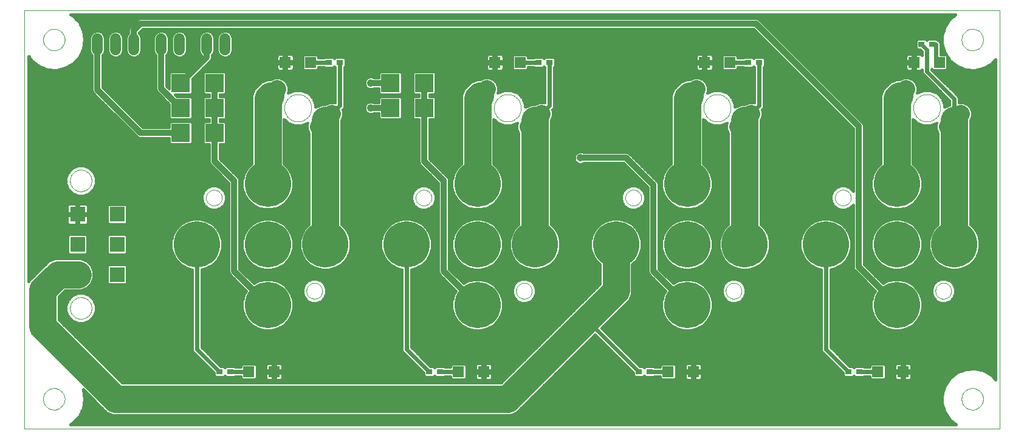
<source format=gtl>
G75*
G70*
%OFA0B0*%
%FSLAX24Y24*%
%IPPOS*%
%LPD*%
%AMOC8*
5,1,8,0,0,1.08239X$1,22.5*
%
%ADD10C,0.0000*%
%ADD11C,0.2540*%
%ADD12C,0.1000*%
%ADD13R,0.0827X0.0827*%
%ADD14R,0.0354X0.0315*%
%ADD15R,0.0591X0.0591*%
%ADD16R,0.1000X0.1000*%
%ADD17C,0.0591*%
%ADD18C,0.1500*%
%ADD19C,0.0240*%
%ADD20C,0.0320*%
%ADD21C,0.0160*%
%ADD22C,0.0416*%
D10*
X000180Y000180D02*
X000180Y023175D01*
X053672Y023175D01*
X053672Y000180D01*
X000180Y000180D01*
X001214Y001805D02*
X001216Y001853D01*
X001222Y001901D01*
X001232Y001948D01*
X001245Y001994D01*
X001263Y002039D01*
X001283Y002083D01*
X001308Y002125D01*
X001336Y002164D01*
X001366Y002201D01*
X001400Y002235D01*
X001437Y002267D01*
X001475Y002296D01*
X001516Y002321D01*
X001559Y002343D01*
X001604Y002361D01*
X001650Y002375D01*
X001697Y002386D01*
X001745Y002393D01*
X001793Y002396D01*
X001841Y002395D01*
X001889Y002390D01*
X001937Y002381D01*
X001983Y002369D01*
X002028Y002352D01*
X002072Y002332D01*
X002114Y002309D01*
X002154Y002282D01*
X002192Y002252D01*
X002227Y002219D01*
X002259Y002183D01*
X002289Y002145D01*
X002315Y002104D01*
X002337Y002061D01*
X002357Y002017D01*
X002372Y001972D01*
X002384Y001925D01*
X002392Y001877D01*
X002396Y001829D01*
X002396Y001781D01*
X002392Y001733D01*
X002384Y001685D01*
X002372Y001638D01*
X002357Y001593D01*
X002337Y001549D01*
X002315Y001506D01*
X002289Y001465D01*
X002259Y001427D01*
X002227Y001391D01*
X002192Y001358D01*
X002154Y001328D01*
X002114Y001301D01*
X002072Y001278D01*
X002028Y001258D01*
X001983Y001241D01*
X001937Y001229D01*
X001889Y001220D01*
X001841Y001215D01*
X001793Y001214D01*
X001745Y001217D01*
X001697Y001224D01*
X001650Y001235D01*
X001604Y001249D01*
X001559Y001267D01*
X001516Y001289D01*
X001475Y001314D01*
X001437Y001343D01*
X001400Y001375D01*
X001366Y001409D01*
X001336Y001446D01*
X001308Y001485D01*
X001283Y001527D01*
X001263Y001571D01*
X001245Y001616D01*
X001232Y001662D01*
X001222Y001709D01*
X001216Y001757D01*
X001214Y001805D01*
X002687Y006801D02*
X002689Y006849D01*
X002695Y006897D01*
X002705Y006944D01*
X002718Y006990D01*
X002736Y007035D01*
X002756Y007079D01*
X002781Y007121D01*
X002809Y007160D01*
X002839Y007197D01*
X002873Y007231D01*
X002910Y007263D01*
X002948Y007292D01*
X002989Y007317D01*
X003032Y007339D01*
X003077Y007357D01*
X003123Y007371D01*
X003170Y007382D01*
X003218Y007389D01*
X003266Y007392D01*
X003314Y007391D01*
X003362Y007386D01*
X003410Y007377D01*
X003456Y007365D01*
X003501Y007348D01*
X003545Y007328D01*
X003587Y007305D01*
X003627Y007278D01*
X003665Y007248D01*
X003700Y007215D01*
X003732Y007179D01*
X003762Y007141D01*
X003788Y007100D01*
X003810Y007057D01*
X003830Y007013D01*
X003845Y006968D01*
X003857Y006921D01*
X003865Y006873D01*
X003869Y006825D01*
X003869Y006777D01*
X003865Y006729D01*
X003857Y006681D01*
X003845Y006634D01*
X003830Y006589D01*
X003810Y006545D01*
X003788Y006502D01*
X003762Y006461D01*
X003732Y006423D01*
X003700Y006387D01*
X003665Y006354D01*
X003627Y006324D01*
X003587Y006297D01*
X003545Y006274D01*
X003501Y006254D01*
X003456Y006237D01*
X003410Y006225D01*
X003362Y006216D01*
X003314Y006211D01*
X003266Y006210D01*
X003218Y006213D01*
X003170Y006220D01*
X003123Y006231D01*
X003077Y006245D01*
X003032Y006263D01*
X002989Y006285D01*
X002948Y006310D01*
X002910Y006339D01*
X002873Y006371D01*
X002839Y006405D01*
X002809Y006442D01*
X002781Y006481D01*
X002756Y006523D01*
X002736Y006567D01*
X002718Y006612D01*
X002705Y006658D01*
X002695Y006705D01*
X002689Y006753D01*
X002687Y006801D01*
X010145Y012864D02*
X010147Y012905D01*
X010153Y012946D01*
X010163Y012986D01*
X010176Y013025D01*
X010193Y013062D01*
X010214Y013098D01*
X010238Y013132D01*
X010265Y013163D01*
X010294Y013191D01*
X010327Y013217D01*
X010361Y013239D01*
X010398Y013258D01*
X010436Y013273D01*
X010476Y013285D01*
X010516Y013293D01*
X010557Y013297D01*
X010599Y013297D01*
X010640Y013293D01*
X010680Y013285D01*
X010720Y013273D01*
X010758Y013258D01*
X010794Y013239D01*
X010829Y013217D01*
X010862Y013191D01*
X010891Y013163D01*
X010918Y013132D01*
X010942Y013098D01*
X010963Y013062D01*
X010980Y013025D01*
X010993Y012986D01*
X011003Y012946D01*
X011009Y012905D01*
X011011Y012864D01*
X011009Y012823D01*
X011003Y012782D01*
X010993Y012742D01*
X010980Y012703D01*
X010963Y012666D01*
X010942Y012630D01*
X010918Y012596D01*
X010891Y012565D01*
X010862Y012537D01*
X010829Y012511D01*
X010795Y012489D01*
X010758Y012470D01*
X010720Y012455D01*
X010680Y012443D01*
X010640Y012435D01*
X010599Y012431D01*
X010557Y012431D01*
X010516Y012435D01*
X010476Y012443D01*
X010436Y012455D01*
X010398Y012470D01*
X010362Y012489D01*
X010327Y012511D01*
X010294Y012537D01*
X010265Y012565D01*
X010238Y012596D01*
X010214Y012630D01*
X010193Y012666D01*
X010176Y012703D01*
X010163Y012742D01*
X010153Y012782D01*
X010147Y012823D01*
X010145Y012864D01*
X002687Y013809D02*
X002689Y013857D01*
X002695Y013905D01*
X002705Y013952D01*
X002718Y013998D01*
X002736Y014043D01*
X002756Y014087D01*
X002781Y014129D01*
X002809Y014168D01*
X002839Y014205D01*
X002873Y014239D01*
X002910Y014271D01*
X002948Y014300D01*
X002989Y014325D01*
X003032Y014347D01*
X003077Y014365D01*
X003123Y014379D01*
X003170Y014390D01*
X003218Y014397D01*
X003266Y014400D01*
X003314Y014399D01*
X003362Y014394D01*
X003410Y014385D01*
X003456Y014373D01*
X003501Y014356D01*
X003545Y014336D01*
X003587Y014313D01*
X003627Y014286D01*
X003665Y014256D01*
X003700Y014223D01*
X003732Y014187D01*
X003762Y014149D01*
X003788Y014108D01*
X003810Y014065D01*
X003830Y014021D01*
X003845Y013976D01*
X003857Y013929D01*
X003865Y013881D01*
X003869Y013833D01*
X003869Y013785D01*
X003865Y013737D01*
X003857Y013689D01*
X003845Y013642D01*
X003830Y013597D01*
X003810Y013553D01*
X003788Y013510D01*
X003762Y013469D01*
X003732Y013431D01*
X003700Y013395D01*
X003665Y013362D01*
X003627Y013332D01*
X003587Y013305D01*
X003545Y013282D01*
X003501Y013262D01*
X003456Y013245D01*
X003410Y013233D01*
X003362Y013224D01*
X003314Y013219D01*
X003266Y013218D01*
X003218Y013221D01*
X003170Y013228D01*
X003123Y013239D01*
X003077Y013253D01*
X003032Y013271D01*
X002989Y013293D01*
X002948Y013318D01*
X002910Y013347D01*
X002873Y013379D01*
X002839Y013413D01*
X002809Y013450D01*
X002781Y013489D01*
X002756Y013531D01*
X002736Y013575D01*
X002718Y013620D01*
X002705Y013666D01*
X002695Y013713D01*
X002689Y013761D01*
X002687Y013809D01*
X014436Y017805D02*
X014438Y017859D01*
X014444Y017913D01*
X014454Y017967D01*
X014468Y018019D01*
X014485Y018071D01*
X014506Y018121D01*
X014531Y018169D01*
X014560Y018216D01*
X014591Y018260D01*
X014626Y018301D01*
X014664Y018341D01*
X014704Y018377D01*
X014747Y018410D01*
X014792Y018440D01*
X014840Y018467D01*
X014889Y018490D01*
X014940Y018509D01*
X014992Y018525D01*
X015045Y018537D01*
X015099Y018545D01*
X015153Y018549D01*
X015207Y018549D01*
X015261Y018545D01*
X015315Y018537D01*
X015368Y018525D01*
X015420Y018509D01*
X015471Y018490D01*
X015520Y018467D01*
X015568Y018440D01*
X015613Y018410D01*
X015656Y018377D01*
X015696Y018341D01*
X015734Y018301D01*
X015769Y018260D01*
X015800Y018216D01*
X015829Y018169D01*
X015854Y018121D01*
X015875Y018071D01*
X015892Y018019D01*
X015906Y017967D01*
X015916Y017913D01*
X015922Y017859D01*
X015924Y017805D01*
X015922Y017751D01*
X015916Y017697D01*
X015906Y017643D01*
X015892Y017591D01*
X015875Y017539D01*
X015854Y017489D01*
X015829Y017441D01*
X015800Y017394D01*
X015769Y017350D01*
X015734Y017309D01*
X015696Y017269D01*
X015656Y017233D01*
X015613Y017200D01*
X015568Y017170D01*
X015520Y017143D01*
X015471Y017120D01*
X015420Y017101D01*
X015368Y017085D01*
X015315Y017073D01*
X015261Y017065D01*
X015207Y017061D01*
X015153Y017061D01*
X015099Y017065D01*
X015045Y017073D01*
X014992Y017085D01*
X014940Y017101D01*
X014889Y017120D01*
X014840Y017143D01*
X014792Y017170D01*
X014747Y017200D01*
X014704Y017233D01*
X014664Y017269D01*
X014626Y017309D01*
X014591Y017350D01*
X014560Y017394D01*
X014531Y017441D01*
X014506Y017489D01*
X014485Y017539D01*
X014468Y017591D01*
X014454Y017643D01*
X014444Y017697D01*
X014438Y017751D01*
X014436Y017805D01*
X021645Y012864D02*
X021647Y012905D01*
X021653Y012946D01*
X021663Y012986D01*
X021676Y013025D01*
X021693Y013062D01*
X021714Y013098D01*
X021738Y013132D01*
X021765Y013163D01*
X021794Y013191D01*
X021827Y013217D01*
X021861Y013239D01*
X021898Y013258D01*
X021936Y013273D01*
X021976Y013285D01*
X022016Y013293D01*
X022057Y013297D01*
X022099Y013297D01*
X022140Y013293D01*
X022180Y013285D01*
X022220Y013273D01*
X022258Y013258D01*
X022294Y013239D01*
X022329Y013217D01*
X022362Y013191D01*
X022391Y013163D01*
X022418Y013132D01*
X022442Y013098D01*
X022463Y013062D01*
X022480Y013025D01*
X022493Y012986D01*
X022503Y012946D01*
X022509Y012905D01*
X022511Y012864D01*
X022509Y012823D01*
X022503Y012782D01*
X022493Y012742D01*
X022480Y012703D01*
X022463Y012666D01*
X022442Y012630D01*
X022418Y012596D01*
X022391Y012565D01*
X022362Y012537D01*
X022329Y012511D01*
X022295Y012489D01*
X022258Y012470D01*
X022220Y012455D01*
X022180Y012443D01*
X022140Y012435D01*
X022099Y012431D01*
X022057Y012431D01*
X022016Y012435D01*
X021976Y012443D01*
X021936Y012455D01*
X021898Y012470D01*
X021862Y012489D01*
X021827Y012511D01*
X021794Y012537D01*
X021765Y012565D01*
X021738Y012596D01*
X021714Y012630D01*
X021693Y012666D01*
X021676Y012703D01*
X021663Y012742D01*
X021653Y012782D01*
X021647Y012823D01*
X021645Y012864D01*
X025936Y017805D02*
X025938Y017859D01*
X025944Y017913D01*
X025954Y017967D01*
X025968Y018019D01*
X025985Y018071D01*
X026006Y018121D01*
X026031Y018169D01*
X026060Y018216D01*
X026091Y018260D01*
X026126Y018301D01*
X026164Y018341D01*
X026204Y018377D01*
X026247Y018410D01*
X026292Y018440D01*
X026340Y018467D01*
X026389Y018490D01*
X026440Y018509D01*
X026492Y018525D01*
X026545Y018537D01*
X026599Y018545D01*
X026653Y018549D01*
X026707Y018549D01*
X026761Y018545D01*
X026815Y018537D01*
X026868Y018525D01*
X026920Y018509D01*
X026971Y018490D01*
X027020Y018467D01*
X027068Y018440D01*
X027113Y018410D01*
X027156Y018377D01*
X027196Y018341D01*
X027234Y018301D01*
X027269Y018260D01*
X027300Y018216D01*
X027329Y018169D01*
X027354Y018121D01*
X027375Y018071D01*
X027392Y018019D01*
X027406Y017967D01*
X027416Y017913D01*
X027422Y017859D01*
X027424Y017805D01*
X027422Y017751D01*
X027416Y017697D01*
X027406Y017643D01*
X027392Y017591D01*
X027375Y017539D01*
X027354Y017489D01*
X027329Y017441D01*
X027300Y017394D01*
X027269Y017350D01*
X027234Y017309D01*
X027196Y017269D01*
X027156Y017233D01*
X027113Y017200D01*
X027068Y017170D01*
X027020Y017143D01*
X026971Y017120D01*
X026920Y017101D01*
X026868Y017085D01*
X026815Y017073D01*
X026761Y017065D01*
X026707Y017061D01*
X026653Y017061D01*
X026599Y017065D01*
X026545Y017073D01*
X026492Y017085D01*
X026440Y017101D01*
X026389Y017120D01*
X026340Y017143D01*
X026292Y017170D01*
X026247Y017200D01*
X026204Y017233D01*
X026164Y017269D01*
X026126Y017309D01*
X026091Y017350D01*
X026060Y017394D01*
X026031Y017441D01*
X026006Y017489D01*
X025985Y017539D01*
X025968Y017591D01*
X025954Y017643D01*
X025944Y017697D01*
X025938Y017751D01*
X025936Y017805D01*
X033145Y012864D02*
X033147Y012905D01*
X033153Y012946D01*
X033163Y012986D01*
X033176Y013025D01*
X033193Y013062D01*
X033214Y013098D01*
X033238Y013132D01*
X033265Y013163D01*
X033294Y013191D01*
X033327Y013217D01*
X033361Y013239D01*
X033398Y013258D01*
X033436Y013273D01*
X033476Y013285D01*
X033516Y013293D01*
X033557Y013297D01*
X033599Y013297D01*
X033640Y013293D01*
X033680Y013285D01*
X033720Y013273D01*
X033758Y013258D01*
X033794Y013239D01*
X033829Y013217D01*
X033862Y013191D01*
X033891Y013163D01*
X033918Y013132D01*
X033942Y013098D01*
X033963Y013062D01*
X033980Y013025D01*
X033993Y012986D01*
X034003Y012946D01*
X034009Y012905D01*
X034011Y012864D01*
X034009Y012823D01*
X034003Y012782D01*
X033993Y012742D01*
X033980Y012703D01*
X033963Y012666D01*
X033942Y012630D01*
X033918Y012596D01*
X033891Y012565D01*
X033862Y012537D01*
X033829Y012511D01*
X033795Y012489D01*
X033758Y012470D01*
X033720Y012455D01*
X033680Y012443D01*
X033640Y012435D01*
X033599Y012431D01*
X033557Y012431D01*
X033516Y012435D01*
X033476Y012443D01*
X033436Y012455D01*
X033398Y012470D01*
X033362Y012489D01*
X033327Y012511D01*
X033294Y012537D01*
X033265Y012565D01*
X033238Y012596D01*
X033214Y012630D01*
X033193Y012666D01*
X033176Y012703D01*
X033163Y012742D01*
X033153Y012782D01*
X033147Y012823D01*
X033145Y012864D01*
X037436Y017805D02*
X037438Y017859D01*
X037444Y017913D01*
X037454Y017967D01*
X037468Y018019D01*
X037485Y018071D01*
X037506Y018121D01*
X037531Y018169D01*
X037560Y018216D01*
X037591Y018260D01*
X037626Y018301D01*
X037664Y018341D01*
X037704Y018377D01*
X037747Y018410D01*
X037792Y018440D01*
X037840Y018467D01*
X037889Y018490D01*
X037940Y018509D01*
X037992Y018525D01*
X038045Y018537D01*
X038099Y018545D01*
X038153Y018549D01*
X038207Y018549D01*
X038261Y018545D01*
X038315Y018537D01*
X038368Y018525D01*
X038420Y018509D01*
X038471Y018490D01*
X038520Y018467D01*
X038568Y018440D01*
X038613Y018410D01*
X038656Y018377D01*
X038696Y018341D01*
X038734Y018301D01*
X038769Y018260D01*
X038800Y018216D01*
X038829Y018169D01*
X038854Y018121D01*
X038875Y018071D01*
X038892Y018019D01*
X038906Y017967D01*
X038916Y017913D01*
X038922Y017859D01*
X038924Y017805D01*
X038922Y017751D01*
X038916Y017697D01*
X038906Y017643D01*
X038892Y017591D01*
X038875Y017539D01*
X038854Y017489D01*
X038829Y017441D01*
X038800Y017394D01*
X038769Y017350D01*
X038734Y017309D01*
X038696Y017269D01*
X038656Y017233D01*
X038613Y017200D01*
X038568Y017170D01*
X038520Y017143D01*
X038471Y017120D01*
X038420Y017101D01*
X038368Y017085D01*
X038315Y017073D01*
X038261Y017065D01*
X038207Y017061D01*
X038153Y017061D01*
X038099Y017065D01*
X038045Y017073D01*
X037992Y017085D01*
X037940Y017101D01*
X037889Y017120D01*
X037840Y017143D01*
X037792Y017170D01*
X037747Y017200D01*
X037704Y017233D01*
X037664Y017269D01*
X037626Y017309D01*
X037591Y017350D01*
X037560Y017394D01*
X037531Y017441D01*
X037506Y017489D01*
X037485Y017539D01*
X037468Y017591D01*
X037454Y017643D01*
X037444Y017697D01*
X037438Y017751D01*
X037436Y017805D01*
X044645Y012864D02*
X044647Y012905D01*
X044653Y012946D01*
X044663Y012986D01*
X044676Y013025D01*
X044693Y013062D01*
X044714Y013098D01*
X044738Y013132D01*
X044765Y013163D01*
X044794Y013191D01*
X044827Y013217D01*
X044861Y013239D01*
X044898Y013258D01*
X044936Y013273D01*
X044976Y013285D01*
X045016Y013293D01*
X045057Y013297D01*
X045099Y013297D01*
X045140Y013293D01*
X045180Y013285D01*
X045220Y013273D01*
X045258Y013258D01*
X045294Y013239D01*
X045329Y013217D01*
X045362Y013191D01*
X045391Y013163D01*
X045418Y013132D01*
X045442Y013098D01*
X045463Y013062D01*
X045480Y013025D01*
X045493Y012986D01*
X045503Y012946D01*
X045509Y012905D01*
X045511Y012864D01*
X045509Y012823D01*
X045503Y012782D01*
X045493Y012742D01*
X045480Y012703D01*
X045463Y012666D01*
X045442Y012630D01*
X045418Y012596D01*
X045391Y012565D01*
X045362Y012537D01*
X045329Y012511D01*
X045295Y012489D01*
X045258Y012470D01*
X045220Y012455D01*
X045180Y012443D01*
X045140Y012435D01*
X045099Y012431D01*
X045057Y012431D01*
X045016Y012435D01*
X044976Y012443D01*
X044936Y012455D01*
X044898Y012470D01*
X044862Y012489D01*
X044827Y012511D01*
X044794Y012537D01*
X044765Y012565D01*
X044738Y012596D01*
X044714Y012630D01*
X044693Y012666D01*
X044676Y012703D01*
X044663Y012742D01*
X044653Y012782D01*
X044647Y012823D01*
X044645Y012864D01*
X048936Y017805D02*
X048938Y017859D01*
X048944Y017913D01*
X048954Y017967D01*
X048968Y018019D01*
X048985Y018071D01*
X049006Y018121D01*
X049031Y018169D01*
X049060Y018216D01*
X049091Y018260D01*
X049126Y018301D01*
X049164Y018341D01*
X049204Y018377D01*
X049247Y018410D01*
X049292Y018440D01*
X049340Y018467D01*
X049389Y018490D01*
X049440Y018509D01*
X049492Y018525D01*
X049545Y018537D01*
X049599Y018545D01*
X049653Y018549D01*
X049707Y018549D01*
X049761Y018545D01*
X049815Y018537D01*
X049868Y018525D01*
X049920Y018509D01*
X049971Y018490D01*
X050020Y018467D01*
X050068Y018440D01*
X050113Y018410D01*
X050156Y018377D01*
X050196Y018341D01*
X050234Y018301D01*
X050269Y018260D01*
X050300Y018216D01*
X050329Y018169D01*
X050354Y018121D01*
X050375Y018071D01*
X050392Y018019D01*
X050406Y017967D01*
X050416Y017913D01*
X050422Y017859D01*
X050424Y017805D01*
X050422Y017751D01*
X050416Y017697D01*
X050406Y017643D01*
X050392Y017591D01*
X050375Y017539D01*
X050354Y017489D01*
X050329Y017441D01*
X050300Y017394D01*
X050269Y017350D01*
X050234Y017309D01*
X050196Y017269D01*
X050156Y017233D01*
X050113Y017200D01*
X050068Y017170D01*
X050020Y017143D01*
X049971Y017120D01*
X049920Y017101D01*
X049868Y017085D01*
X049815Y017073D01*
X049761Y017065D01*
X049707Y017061D01*
X049653Y017061D01*
X049599Y017065D01*
X049545Y017073D01*
X049492Y017085D01*
X049440Y017101D01*
X049389Y017120D01*
X049340Y017143D01*
X049292Y017170D01*
X049247Y017200D01*
X049204Y017233D01*
X049164Y017269D01*
X049126Y017309D01*
X049091Y017350D01*
X049060Y017394D01*
X049031Y017441D01*
X049006Y017489D01*
X048985Y017539D01*
X048968Y017591D01*
X048954Y017643D01*
X048944Y017697D01*
X048938Y017751D01*
X048936Y017805D01*
X051589Y021555D02*
X051591Y021603D01*
X051597Y021651D01*
X051607Y021698D01*
X051620Y021744D01*
X051638Y021789D01*
X051658Y021833D01*
X051683Y021875D01*
X051711Y021914D01*
X051741Y021951D01*
X051775Y021985D01*
X051812Y022017D01*
X051850Y022046D01*
X051891Y022071D01*
X051934Y022093D01*
X051979Y022111D01*
X052025Y022125D01*
X052072Y022136D01*
X052120Y022143D01*
X052168Y022146D01*
X052216Y022145D01*
X052264Y022140D01*
X052312Y022131D01*
X052358Y022119D01*
X052403Y022102D01*
X052447Y022082D01*
X052489Y022059D01*
X052529Y022032D01*
X052567Y022002D01*
X052602Y021969D01*
X052634Y021933D01*
X052664Y021895D01*
X052690Y021854D01*
X052712Y021811D01*
X052732Y021767D01*
X052747Y021722D01*
X052759Y021675D01*
X052767Y021627D01*
X052771Y021579D01*
X052771Y021531D01*
X052767Y021483D01*
X052759Y021435D01*
X052747Y021388D01*
X052732Y021343D01*
X052712Y021299D01*
X052690Y021256D01*
X052664Y021215D01*
X052634Y021177D01*
X052602Y021141D01*
X052567Y021108D01*
X052529Y021078D01*
X052489Y021051D01*
X052447Y021028D01*
X052403Y021008D01*
X052358Y020991D01*
X052312Y020979D01*
X052264Y020970D01*
X052216Y020965D01*
X052168Y020964D01*
X052120Y020967D01*
X052072Y020974D01*
X052025Y020985D01*
X051979Y020999D01*
X051934Y021017D01*
X051891Y021039D01*
X051850Y021064D01*
X051812Y021093D01*
X051775Y021125D01*
X051741Y021159D01*
X051711Y021196D01*
X051683Y021235D01*
X051658Y021277D01*
X051638Y021321D01*
X051620Y021366D01*
X051607Y021412D01*
X051597Y021459D01*
X051591Y021507D01*
X051589Y021555D01*
X050156Y007746D02*
X050158Y007787D01*
X050164Y007828D01*
X050174Y007868D01*
X050187Y007907D01*
X050204Y007944D01*
X050225Y007980D01*
X050249Y008014D01*
X050276Y008045D01*
X050305Y008073D01*
X050338Y008099D01*
X050372Y008121D01*
X050409Y008140D01*
X050447Y008155D01*
X050487Y008167D01*
X050527Y008175D01*
X050568Y008179D01*
X050610Y008179D01*
X050651Y008175D01*
X050691Y008167D01*
X050731Y008155D01*
X050769Y008140D01*
X050805Y008121D01*
X050840Y008099D01*
X050873Y008073D01*
X050902Y008045D01*
X050929Y008014D01*
X050953Y007980D01*
X050974Y007944D01*
X050991Y007907D01*
X051004Y007868D01*
X051014Y007828D01*
X051020Y007787D01*
X051022Y007746D01*
X051020Y007705D01*
X051014Y007664D01*
X051004Y007624D01*
X050991Y007585D01*
X050974Y007548D01*
X050953Y007512D01*
X050929Y007478D01*
X050902Y007447D01*
X050873Y007419D01*
X050840Y007393D01*
X050806Y007371D01*
X050769Y007352D01*
X050731Y007337D01*
X050691Y007325D01*
X050651Y007317D01*
X050610Y007313D01*
X050568Y007313D01*
X050527Y007317D01*
X050487Y007325D01*
X050447Y007337D01*
X050409Y007352D01*
X050373Y007371D01*
X050338Y007393D01*
X050305Y007419D01*
X050276Y007447D01*
X050249Y007478D01*
X050225Y007512D01*
X050204Y007548D01*
X050187Y007585D01*
X050174Y007624D01*
X050164Y007664D01*
X050158Y007705D01*
X050156Y007746D01*
X038656Y007746D02*
X038658Y007787D01*
X038664Y007828D01*
X038674Y007868D01*
X038687Y007907D01*
X038704Y007944D01*
X038725Y007980D01*
X038749Y008014D01*
X038776Y008045D01*
X038805Y008073D01*
X038838Y008099D01*
X038872Y008121D01*
X038909Y008140D01*
X038947Y008155D01*
X038987Y008167D01*
X039027Y008175D01*
X039068Y008179D01*
X039110Y008179D01*
X039151Y008175D01*
X039191Y008167D01*
X039231Y008155D01*
X039269Y008140D01*
X039305Y008121D01*
X039340Y008099D01*
X039373Y008073D01*
X039402Y008045D01*
X039429Y008014D01*
X039453Y007980D01*
X039474Y007944D01*
X039491Y007907D01*
X039504Y007868D01*
X039514Y007828D01*
X039520Y007787D01*
X039522Y007746D01*
X039520Y007705D01*
X039514Y007664D01*
X039504Y007624D01*
X039491Y007585D01*
X039474Y007548D01*
X039453Y007512D01*
X039429Y007478D01*
X039402Y007447D01*
X039373Y007419D01*
X039340Y007393D01*
X039306Y007371D01*
X039269Y007352D01*
X039231Y007337D01*
X039191Y007325D01*
X039151Y007317D01*
X039110Y007313D01*
X039068Y007313D01*
X039027Y007317D01*
X038987Y007325D01*
X038947Y007337D01*
X038909Y007352D01*
X038873Y007371D01*
X038838Y007393D01*
X038805Y007419D01*
X038776Y007447D01*
X038749Y007478D01*
X038725Y007512D01*
X038704Y007548D01*
X038687Y007585D01*
X038674Y007624D01*
X038664Y007664D01*
X038658Y007705D01*
X038656Y007746D01*
X027156Y007746D02*
X027158Y007787D01*
X027164Y007828D01*
X027174Y007868D01*
X027187Y007907D01*
X027204Y007944D01*
X027225Y007980D01*
X027249Y008014D01*
X027276Y008045D01*
X027305Y008073D01*
X027338Y008099D01*
X027372Y008121D01*
X027409Y008140D01*
X027447Y008155D01*
X027487Y008167D01*
X027527Y008175D01*
X027568Y008179D01*
X027610Y008179D01*
X027651Y008175D01*
X027691Y008167D01*
X027731Y008155D01*
X027769Y008140D01*
X027805Y008121D01*
X027840Y008099D01*
X027873Y008073D01*
X027902Y008045D01*
X027929Y008014D01*
X027953Y007980D01*
X027974Y007944D01*
X027991Y007907D01*
X028004Y007868D01*
X028014Y007828D01*
X028020Y007787D01*
X028022Y007746D01*
X028020Y007705D01*
X028014Y007664D01*
X028004Y007624D01*
X027991Y007585D01*
X027974Y007548D01*
X027953Y007512D01*
X027929Y007478D01*
X027902Y007447D01*
X027873Y007419D01*
X027840Y007393D01*
X027806Y007371D01*
X027769Y007352D01*
X027731Y007337D01*
X027691Y007325D01*
X027651Y007317D01*
X027610Y007313D01*
X027568Y007313D01*
X027527Y007317D01*
X027487Y007325D01*
X027447Y007337D01*
X027409Y007352D01*
X027373Y007371D01*
X027338Y007393D01*
X027305Y007419D01*
X027276Y007447D01*
X027249Y007478D01*
X027225Y007512D01*
X027204Y007548D01*
X027187Y007585D01*
X027174Y007624D01*
X027164Y007664D01*
X027158Y007705D01*
X027156Y007746D01*
X015656Y007746D02*
X015658Y007787D01*
X015664Y007828D01*
X015674Y007868D01*
X015687Y007907D01*
X015704Y007944D01*
X015725Y007980D01*
X015749Y008014D01*
X015776Y008045D01*
X015805Y008073D01*
X015838Y008099D01*
X015872Y008121D01*
X015909Y008140D01*
X015947Y008155D01*
X015987Y008167D01*
X016027Y008175D01*
X016068Y008179D01*
X016110Y008179D01*
X016151Y008175D01*
X016191Y008167D01*
X016231Y008155D01*
X016269Y008140D01*
X016305Y008121D01*
X016340Y008099D01*
X016373Y008073D01*
X016402Y008045D01*
X016429Y008014D01*
X016453Y007980D01*
X016474Y007944D01*
X016491Y007907D01*
X016504Y007868D01*
X016514Y007828D01*
X016520Y007787D01*
X016522Y007746D01*
X016520Y007705D01*
X016514Y007664D01*
X016504Y007624D01*
X016491Y007585D01*
X016474Y007548D01*
X016453Y007512D01*
X016429Y007478D01*
X016402Y007447D01*
X016373Y007419D01*
X016340Y007393D01*
X016306Y007371D01*
X016269Y007352D01*
X016231Y007337D01*
X016191Y007325D01*
X016151Y007317D01*
X016110Y007313D01*
X016068Y007313D01*
X016027Y007317D01*
X015987Y007325D01*
X015947Y007337D01*
X015909Y007352D01*
X015873Y007371D01*
X015838Y007393D01*
X015805Y007419D01*
X015776Y007447D01*
X015749Y007478D01*
X015725Y007512D01*
X015704Y007548D01*
X015687Y007585D01*
X015674Y007624D01*
X015664Y007664D01*
X015658Y007705D01*
X015656Y007746D01*
X001214Y021555D02*
X001216Y021603D01*
X001222Y021651D01*
X001232Y021698D01*
X001245Y021744D01*
X001263Y021789D01*
X001283Y021833D01*
X001308Y021875D01*
X001336Y021914D01*
X001366Y021951D01*
X001400Y021985D01*
X001437Y022017D01*
X001475Y022046D01*
X001516Y022071D01*
X001559Y022093D01*
X001604Y022111D01*
X001650Y022125D01*
X001697Y022136D01*
X001745Y022143D01*
X001793Y022146D01*
X001841Y022145D01*
X001889Y022140D01*
X001937Y022131D01*
X001983Y022119D01*
X002028Y022102D01*
X002072Y022082D01*
X002114Y022059D01*
X002154Y022032D01*
X002192Y022002D01*
X002227Y021969D01*
X002259Y021933D01*
X002289Y021895D01*
X002315Y021854D01*
X002337Y021811D01*
X002357Y021767D01*
X002372Y021722D01*
X002384Y021675D01*
X002392Y021627D01*
X002396Y021579D01*
X002396Y021531D01*
X002392Y021483D01*
X002384Y021435D01*
X002372Y021388D01*
X002357Y021343D01*
X002337Y021299D01*
X002315Y021256D01*
X002289Y021215D01*
X002259Y021177D01*
X002227Y021141D01*
X002192Y021108D01*
X002154Y021078D01*
X002114Y021051D01*
X002072Y021028D01*
X002028Y021008D01*
X001983Y020991D01*
X001937Y020979D01*
X001889Y020970D01*
X001841Y020965D01*
X001793Y020964D01*
X001745Y020967D01*
X001697Y020974D01*
X001650Y020985D01*
X001604Y020999D01*
X001559Y021017D01*
X001516Y021039D01*
X001475Y021064D01*
X001437Y021093D01*
X001400Y021125D01*
X001366Y021159D01*
X001336Y021196D01*
X001308Y021235D01*
X001283Y021277D01*
X001263Y021321D01*
X001245Y021366D01*
X001232Y021412D01*
X001222Y021459D01*
X001216Y021507D01*
X001214Y021555D01*
X051589Y001805D02*
X051591Y001853D01*
X051597Y001901D01*
X051607Y001948D01*
X051620Y001994D01*
X051638Y002039D01*
X051658Y002083D01*
X051683Y002125D01*
X051711Y002164D01*
X051741Y002201D01*
X051775Y002235D01*
X051812Y002267D01*
X051850Y002296D01*
X051891Y002321D01*
X051934Y002343D01*
X051979Y002361D01*
X052025Y002375D01*
X052072Y002386D01*
X052120Y002393D01*
X052168Y002396D01*
X052216Y002395D01*
X052264Y002390D01*
X052312Y002381D01*
X052358Y002369D01*
X052403Y002352D01*
X052447Y002332D01*
X052489Y002309D01*
X052529Y002282D01*
X052567Y002252D01*
X052602Y002219D01*
X052634Y002183D01*
X052664Y002145D01*
X052690Y002104D01*
X052712Y002061D01*
X052732Y002017D01*
X052747Y001972D01*
X052759Y001925D01*
X052767Y001877D01*
X052771Y001829D01*
X052771Y001781D01*
X052767Y001733D01*
X052759Y001685D01*
X052747Y001638D01*
X052732Y001593D01*
X052712Y001549D01*
X052690Y001506D01*
X052664Y001465D01*
X052634Y001427D01*
X052602Y001391D01*
X052567Y001358D01*
X052529Y001328D01*
X052489Y001301D01*
X052447Y001278D01*
X052403Y001258D01*
X052358Y001241D01*
X052312Y001229D01*
X052264Y001220D01*
X052216Y001215D01*
X052168Y001214D01*
X052120Y001217D01*
X052072Y001224D01*
X052025Y001235D01*
X051979Y001249D01*
X051934Y001267D01*
X051891Y001289D01*
X051850Y001314D01*
X051812Y001343D01*
X051775Y001375D01*
X051741Y001409D01*
X051711Y001446D01*
X051683Y001485D01*
X051658Y001527D01*
X051638Y001571D01*
X051620Y001616D01*
X051607Y001662D01*
X051597Y001709D01*
X051591Y001757D01*
X051589Y001805D01*
D11*
X048030Y006978D03*
X048030Y010305D03*
X051180Y010305D03*
X048030Y013632D03*
X044133Y010305D03*
X039680Y010305D03*
X036530Y010305D03*
X032633Y010305D03*
X028180Y010305D03*
X025030Y010305D03*
X021133Y010305D03*
X016680Y010305D03*
X013530Y010305D03*
X009633Y010305D03*
X013530Y013632D03*
X025030Y013632D03*
X036530Y013632D03*
X036530Y006978D03*
X025030Y006978D03*
X013530Y006978D03*
D12*
X016326Y016770D02*
X017034Y017477D01*
X014034Y018840D02*
X013326Y018133D01*
X024826Y018133D02*
X025534Y018840D01*
X027826Y016770D02*
X028534Y017477D01*
X036326Y018133D02*
X037034Y018840D01*
X039326Y016770D02*
X040034Y017477D01*
X047826Y018133D02*
X048534Y018840D01*
X050826Y016770D02*
X051534Y017477D01*
D13*
X005263Y011959D03*
X003097Y011959D03*
X003097Y010305D03*
X005263Y010305D03*
X005263Y008651D03*
X003097Y008651D03*
D14*
X010880Y003305D03*
X011480Y003305D03*
X022380Y003305D03*
X022980Y003305D03*
X033880Y003305D03*
X034480Y003305D03*
X045380Y003305D03*
X045980Y003305D03*
X040480Y020305D03*
X039880Y020305D03*
X049380Y021305D03*
X049980Y021305D03*
X028980Y020305D03*
X028380Y020305D03*
X017480Y020305D03*
X016880Y020305D03*
D15*
X015869Y020305D03*
X014491Y020305D03*
X025991Y020305D03*
X027369Y020305D03*
X037491Y020305D03*
X038869Y020305D03*
X048991Y020305D03*
X050369Y020305D03*
X048369Y003305D03*
X046991Y003305D03*
X036869Y003305D03*
X035491Y003305D03*
X025369Y003305D03*
X023991Y003305D03*
X013869Y003305D03*
X012491Y003305D03*
D16*
X010605Y016430D03*
X008755Y016430D03*
X008755Y017805D03*
X010605Y017805D03*
X010605Y019180D03*
X008755Y019180D03*
X020255Y019180D03*
X022105Y019180D03*
X022105Y017805D03*
X020255Y017805D03*
D17*
X011180Y021010D02*
X011180Y021600D01*
X010180Y021600D02*
X010180Y021010D01*
X008680Y021010D02*
X008680Y021600D01*
X007680Y021600D02*
X007680Y021010D01*
X006180Y021010D02*
X006180Y021600D01*
X005180Y021600D02*
X005180Y021010D01*
X004180Y021010D02*
X004180Y021600D01*
D18*
X013530Y018336D02*
X013530Y013632D01*
X016680Y010305D02*
X016680Y017124D01*
X013680Y018486D02*
X013530Y018336D01*
X025030Y018336D02*
X025030Y013632D01*
X028180Y010305D02*
X028180Y017124D01*
X025180Y018486D02*
X025030Y018336D01*
X036530Y018336D02*
X036530Y013632D01*
X039680Y010305D02*
X039680Y017124D01*
X036680Y018486D02*
X036530Y018336D01*
X048030Y018336D02*
X048030Y013632D01*
X051180Y010305D02*
X051180Y017124D01*
X048180Y018486D02*
X048030Y018336D01*
X032633Y010305D02*
X032633Y007758D01*
X031180Y006305D01*
X026680Y001805D01*
X005180Y001805D01*
X001180Y005805D01*
X001180Y007805D01*
X002026Y008651D01*
X003097Y008651D01*
D19*
X009633Y010305D02*
X009633Y004552D01*
X010880Y003305D01*
X011480Y003305D02*
X012491Y003305D01*
X021133Y004552D02*
X022380Y003305D01*
X022980Y003305D02*
X023991Y003305D01*
X021133Y004552D02*
X021133Y010305D01*
X031180Y006305D02*
X031180Y006005D01*
X033880Y003305D01*
X034480Y003305D02*
X035491Y003305D01*
X044133Y004552D02*
X045380Y003305D01*
X045980Y003305D02*
X046991Y003305D01*
X044133Y004552D02*
X044133Y010305D01*
X039680Y017124D02*
X040480Y017924D01*
X040480Y020305D01*
X039880Y020305D02*
X038869Y020305D01*
X028980Y020305D02*
X028980Y017924D01*
X028180Y017124D01*
X028380Y020305D02*
X027369Y020305D01*
X017480Y020305D02*
X017480Y017924D01*
X016680Y017124D01*
X016880Y020305D02*
X015869Y020305D01*
X049380Y021305D02*
X049680Y021005D01*
X049680Y019805D01*
X051180Y018305D01*
X051180Y017124D01*
X050369Y020305D02*
X050180Y020494D01*
X050180Y021305D01*
X049980Y021305D01*
D20*
X045930Y016805D02*
X040305Y022430D01*
X006555Y022430D01*
X006180Y022055D01*
X006180Y021305D01*
X007680Y021305D02*
X007680Y018880D01*
X008755Y017805D01*
X010605Y017805D02*
X010605Y019180D01*
X010180Y020605D02*
X008755Y019180D01*
X010605Y017805D02*
X010605Y016430D01*
X010605Y014880D01*
X011680Y013805D01*
X011680Y008829D01*
X013530Y006978D01*
X023180Y008829D02*
X023180Y013805D01*
X022105Y014880D01*
X022105Y017805D01*
X022105Y019180D01*
X020255Y019180D02*
X019180Y019180D01*
X019180Y017805D02*
X020255Y017805D01*
X010180Y020605D02*
X010180Y021305D01*
X004180Y021305D02*
X004180Y018805D01*
X006555Y016430D01*
X008755Y016430D01*
X023180Y008829D02*
X025030Y006978D01*
X034680Y008829D02*
X034680Y013555D01*
X033180Y015055D01*
X030680Y015055D01*
X034680Y008829D02*
X036530Y006978D01*
X045930Y009079D02*
X045930Y016805D01*
X045930Y009079D02*
X048030Y006978D01*
D21*
X049440Y006996D02*
X053442Y006996D01*
X053442Y007154D02*
X050893Y007154D01*
X050965Y007184D02*
X051152Y007370D01*
X051253Y007614D01*
X051253Y007878D01*
X051152Y008122D01*
X050965Y008308D01*
X050721Y008409D01*
X050458Y008409D01*
X050214Y008308D01*
X050027Y008122D01*
X049926Y007878D01*
X049926Y007614D01*
X050027Y007370D01*
X050214Y007184D01*
X050458Y007083D01*
X050721Y007083D01*
X050965Y007184D01*
X051094Y007313D02*
X053442Y007313D01*
X053442Y007471D02*
X051193Y007471D01*
X051253Y007630D02*
X053442Y007630D01*
X053442Y007788D02*
X051253Y007788D01*
X051224Y007947D02*
X053442Y007947D01*
X053442Y008105D02*
X051158Y008105D01*
X051010Y008264D02*
X053442Y008264D01*
X053442Y008422D02*
X047011Y008422D01*
X047169Y008264D02*
X047437Y008264D01*
X047486Y008292D02*
X047267Y008166D01*
X046230Y009203D01*
X046230Y016865D01*
X046184Y016975D01*
X040559Y022600D01*
X040475Y022684D01*
X040365Y022730D01*
X006495Y022730D01*
X006385Y022684D01*
X006010Y022309D01*
X005926Y022225D01*
X005880Y022115D01*
X005880Y021916D01*
X005811Y021847D01*
X005745Y021687D01*
X005745Y020923D01*
X005811Y020763D01*
X005933Y020641D01*
X006093Y020574D01*
X006267Y020574D01*
X006427Y020641D01*
X006549Y020763D01*
X006615Y020923D01*
X006615Y021687D01*
X006549Y021847D01*
X006480Y021916D01*
X006480Y021931D01*
X006679Y022130D01*
X040181Y022130D01*
X045630Y016681D01*
X045630Y013249D01*
X045453Y013426D01*
X045210Y013527D01*
X044946Y013527D01*
X044702Y013426D01*
X044516Y013240D01*
X044415Y012996D01*
X044415Y012732D01*
X044516Y012488D01*
X044702Y012302D01*
X044946Y012201D01*
X045210Y012201D01*
X045453Y012302D01*
X045630Y012479D01*
X045630Y009019D01*
X045676Y008909D01*
X045760Y008824D01*
X046843Y007741D01*
X046716Y007522D01*
X046620Y007164D01*
X046620Y006793D01*
X046716Y006434D01*
X046902Y006112D01*
X047165Y005850D01*
X047486Y005664D01*
X047845Y005568D01*
X048216Y005568D01*
X048575Y005664D01*
X048896Y005850D01*
X049159Y006112D01*
X049344Y006434D01*
X049440Y006793D01*
X049440Y007164D01*
X049344Y007522D01*
X049159Y007844D01*
X048896Y008107D01*
X048575Y008292D01*
X048216Y008388D01*
X047845Y008388D01*
X047486Y008292D01*
X046852Y008581D02*
X053442Y008581D01*
X053442Y008739D02*
X046694Y008739D01*
X046535Y008898D02*
X047835Y008898D01*
X047845Y008895D02*
X048216Y008895D01*
X048575Y008991D01*
X048896Y009177D01*
X049159Y009439D01*
X049344Y009761D01*
X049440Y010119D01*
X049440Y010491D01*
X049344Y010849D01*
X049159Y011171D01*
X048896Y011433D01*
X048575Y011619D01*
X048216Y011715D01*
X047845Y011715D01*
X047486Y011619D01*
X047165Y011433D01*
X046902Y011171D01*
X046716Y010849D01*
X046620Y010491D01*
X046620Y010119D01*
X046716Y009761D01*
X046902Y009439D01*
X047165Y009177D01*
X047486Y008991D01*
X047845Y008895D01*
X048225Y008898D02*
X050985Y008898D01*
X050994Y008895D02*
X051366Y008895D01*
X051724Y008991D01*
X052046Y009177D01*
X052308Y009439D01*
X052494Y009761D01*
X052590Y010119D01*
X052590Y010491D01*
X052494Y010849D01*
X052308Y011171D01*
X052070Y011409D01*
X052070Y017109D01*
X052076Y017115D01*
X052174Y017350D01*
X052174Y017605D01*
X052076Y017840D01*
X051896Y018020D01*
X051661Y018117D01*
X051440Y018117D01*
X051440Y018357D01*
X051400Y018452D01*
X051327Y018525D01*
X049940Y019913D01*
X049940Y019945D01*
X050016Y019870D01*
X050722Y019870D01*
X050804Y019952D01*
X050804Y020624D01*
X050948Y020412D01*
X050948Y020412D01*
X050948Y020412D01*
X051340Y020100D01*
X051806Y019917D01*
X051806Y019917D01*
X052306Y019880D01*
X052794Y019991D01*
X053227Y020242D01*
X053227Y020242D01*
X053442Y020473D01*
X053442Y002887D01*
X053227Y003118D01*
X052794Y003369D01*
X052794Y003369D01*
X052306Y003480D01*
X052306Y003480D01*
X051806Y003443D01*
X051340Y003260D01*
X050948Y002948D01*
X050666Y002534D01*
X050519Y002055D01*
X050519Y001555D01*
X050666Y001076D01*
X050948Y000662D01*
X050948Y000662D01*
X050948Y000662D01*
X051265Y000410D01*
X002711Y000410D01*
X002852Y000492D01*
X002852Y000492D01*
X003193Y000859D01*
X003410Y001310D01*
X003485Y001805D01*
X003410Y002300D01*
X003410Y002300D01*
X003396Y002331D01*
X004676Y001050D01*
X005003Y000915D01*
X026857Y000915D01*
X027184Y001050D01*
X027435Y001301D01*
X031475Y005342D01*
X033563Y003254D01*
X033563Y003090D01*
X033645Y003008D01*
X034115Y003008D01*
X034180Y003072D01*
X034245Y003008D01*
X034715Y003008D01*
X034753Y003045D01*
X035056Y003045D01*
X035056Y002952D01*
X035138Y002870D01*
X035844Y002870D01*
X035926Y002952D01*
X035926Y003658D01*
X035844Y003740D01*
X035138Y003740D01*
X035056Y003658D01*
X035056Y003565D01*
X034753Y003565D01*
X034715Y003602D01*
X034245Y003602D01*
X034180Y003538D01*
X034115Y003602D01*
X033950Y003602D01*
X031843Y005710D01*
X031935Y005801D01*
X033387Y007254D01*
X033523Y007581D01*
X033523Y009201D01*
X033761Y009439D01*
X033947Y009761D01*
X034043Y010119D01*
X034043Y010491D01*
X033947Y010849D01*
X033761Y011171D01*
X033499Y011433D01*
X033177Y011619D01*
X032818Y011715D01*
X032447Y011715D01*
X032089Y011619D01*
X031767Y011433D01*
X031504Y011171D01*
X031319Y010849D01*
X031223Y010491D01*
X031223Y010119D01*
X031319Y009761D01*
X031504Y009439D01*
X031743Y009201D01*
X031743Y008126D01*
X030676Y007060D01*
X026311Y002695D01*
X005549Y002695D01*
X002070Y006174D01*
X002070Y007436D01*
X002395Y007761D01*
X003274Y007761D01*
X003601Y007897D01*
X003852Y008147D01*
X003987Y008474D01*
X003987Y008828D01*
X003852Y009156D01*
X003601Y009406D01*
X003274Y009541D01*
X001849Y009541D01*
X001522Y009406D01*
X001272Y009156D01*
X000425Y008309D01*
X000410Y008272D01*
X000410Y020652D01*
X000573Y020412D01*
X000573Y020412D01*
X000573Y020412D01*
X000965Y020100D01*
X001431Y019917D01*
X001431Y019917D01*
X001931Y019880D01*
X002419Y019991D01*
X002852Y020242D01*
X003193Y020609D01*
X003410Y021060D01*
X003485Y021555D01*
X003410Y022050D01*
X003410Y022050D01*
X003193Y022501D01*
X003193Y022501D01*
X002852Y022868D01*
X002720Y022945D01*
X051259Y022945D01*
X050948Y022698D01*
X050666Y022284D01*
X050519Y021805D01*
X050519Y021305D01*
X050666Y020826D01*
X050731Y020732D01*
X050722Y020740D01*
X050440Y020740D01*
X050440Y021357D01*
X050400Y021452D01*
X050327Y021525D01*
X050267Y021550D01*
X050215Y021602D01*
X049745Y021602D01*
X049680Y021538D01*
X049615Y021602D01*
X049145Y021602D01*
X049063Y021520D01*
X049063Y021090D01*
X049145Y021008D01*
X049310Y021008D01*
X049420Y020897D01*
X049420Y020721D01*
X049397Y020744D01*
X049356Y020768D01*
X049310Y020780D01*
X049059Y020780D01*
X049059Y020373D01*
X048923Y020373D01*
X048923Y020780D01*
X048672Y020780D01*
X048626Y020768D01*
X048585Y020744D01*
X048552Y020711D01*
X048528Y020670D01*
X048516Y020624D01*
X048516Y020373D01*
X048923Y020373D01*
X048923Y020237D01*
X049059Y020237D01*
X049059Y019830D01*
X049310Y019830D01*
X049356Y019842D01*
X049397Y019866D01*
X049420Y019889D01*
X049420Y019753D01*
X049460Y019658D01*
X050920Y018197D01*
X050920Y017980D01*
X050676Y017878D01*
X050654Y017857D01*
X050654Y017999D01*
X050506Y018357D01*
X050232Y018631D01*
X049874Y018779D01*
X049486Y018779D01*
X049142Y018637D01*
X049174Y018712D01*
X049174Y018967D01*
X049076Y019202D01*
X048896Y019382D01*
X048661Y019480D01*
X048406Y019480D01*
X048171Y019382D01*
X048165Y019376D01*
X048003Y019376D01*
X047676Y019241D01*
X047526Y019091D01*
X047276Y018841D01*
X047140Y018514D01*
X047140Y014736D01*
X046902Y014498D01*
X046716Y014176D01*
X046620Y013817D01*
X046620Y013446D01*
X046716Y013088D01*
X046902Y012766D01*
X047165Y012503D01*
X047486Y012318D01*
X047845Y012222D01*
X048216Y012222D01*
X048575Y012318D01*
X048896Y012503D01*
X049159Y012766D01*
X049344Y013088D01*
X049440Y013446D01*
X049440Y013817D01*
X049344Y014176D01*
X049159Y014498D01*
X048920Y014736D01*
X048920Y017187D01*
X049128Y016979D01*
X049486Y016831D01*
X049874Y016831D01*
X050218Y016973D01*
X050186Y016898D01*
X050186Y016643D01*
X050284Y016408D01*
X050290Y016402D01*
X050290Y011409D01*
X050052Y011171D01*
X049866Y010849D01*
X049770Y010491D01*
X049770Y010119D01*
X049866Y009761D01*
X050052Y009439D01*
X050314Y009177D01*
X050636Y008991D01*
X050994Y008895D01*
X051375Y008898D02*
X053442Y008898D01*
X053442Y009056D02*
X051837Y009056D01*
X052084Y009215D02*
X053442Y009215D01*
X053442Y009373D02*
X052242Y009373D01*
X052362Y009532D02*
X053442Y009532D01*
X053442Y009690D02*
X052453Y009690D01*
X052517Y009849D02*
X053442Y009849D01*
X053442Y010007D02*
X052560Y010007D01*
X052590Y010166D02*
X053442Y010166D01*
X053442Y010324D02*
X052590Y010324D01*
X052590Y010483D02*
X053442Y010483D01*
X053442Y010641D02*
X052550Y010641D01*
X052507Y010800D02*
X053442Y010800D01*
X053442Y010958D02*
X052431Y010958D01*
X052340Y011117D02*
X053442Y011117D01*
X053442Y011275D02*
X052204Y011275D01*
X052070Y011434D02*
X053442Y011434D01*
X053442Y011592D02*
X052070Y011592D01*
X052070Y011751D02*
X053442Y011751D01*
X053442Y011909D02*
X052070Y011909D01*
X052070Y012068D02*
X053442Y012068D01*
X053442Y012226D02*
X052070Y012226D01*
X052070Y012385D02*
X053442Y012385D01*
X053442Y012543D02*
X052070Y012543D01*
X052070Y012702D02*
X053442Y012702D01*
X053442Y012860D02*
X052070Y012860D01*
X052070Y013019D02*
X053442Y013019D01*
X053442Y013177D02*
X052070Y013177D01*
X052070Y013336D02*
X053442Y013336D01*
X053442Y013494D02*
X052070Y013494D01*
X052070Y013653D02*
X053442Y013653D01*
X053442Y013811D02*
X052070Y013811D01*
X052070Y013970D02*
X053442Y013970D01*
X053442Y014128D02*
X052070Y014128D01*
X052070Y014287D02*
X053442Y014287D01*
X053442Y014445D02*
X052070Y014445D01*
X052070Y014604D02*
X053442Y014604D01*
X053442Y014762D02*
X052070Y014762D01*
X052070Y014921D02*
X053442Y014921D01*
X053442Y015079D02*
X052070Y015079D01*
X052070Y015238D02*
X053442Y015238D01*
X053442Y015396D02*
X052070Y015396D01*
X052070Y015555D02*
X053442Y015555D01*
X053442Y015713D02*
X052070Y015713D01*
X052070Y015872D02*
X053442Y015872D01*
X053442Y016030D02*
X052070Y016030D01*
X052070Y016189D02*
X053442Y016189D01*
X053442Y016347D02*
X052070Y016347D01*
X052070Y016506D02*
X053442Y016506D01*
X053442Y016664D02*
X052070Y016664D01*
X052070Y016823D02*
X053442Y016823D01*
X053442Y016981D02*
X052070Y016981D01*
X052086Y017140D02*
X053442Y017140D01*
X053442Y017298D02*
X052152Y017298D01*
X052174Y017457D02*
X053442Y017457D01*
X053442Y017615D02*
X052169Y017615D01*
X052104Y017774D02*
X053442Y017774D01*
X053442Y017932D02*
X051984Y017932D01*
X051726Y018091D02*
X053442Y018091D01*
X053442Y018249D02*
X051440Y018249D01*
X051419Y018408D02*
X053442Y018408D01*
X053442Y018566D02*
X051287Y018566D01*
X051128Y018725D02*
X053442Y018725D01*
X053442Y018883D02*
X050970Y018883D01*
X050811Y019042D02*
X053442Y019042D01*
X053442Y019200D02*
X050653Y019200D01*
X050494Y019359D02*
X053442Y019359D01*
X053442Y019517D02*
X050336Y019517D01*
X050177Y019676D02*
X053442Y019676D01*
X053442Y019834D02*
X050019Y019834D01*
X049452Y019676D02*
X043484Y019676D01*
X043325Y019834D02*
X048656Y019834D01*
X048672Y019830D02*
X048923Y019830D01*
X048923Y020237D01*
X048516Y020237D01*
X048516Y019986D01*
X048528Y019940D01*
X048552Y019899D01*
X048585Y019866D01*
X048626Y019842D01*
X048672Y019830D01*
X048516Y019993D02*
X043167Y019993D01*
X043008Y020151D02*
X048516Y020151D01*
X048516Y020468D02*
X042691Y020468D01*
X042533Y020627D02*
X048516Y020627D01*
X048923Y020627D02*
X049059Y020627D01*
X049059Y020468D02*
X048923Y020468D01*
X048923Y020310D02*
X042850Y020310D01*
X042477Y019834D02*
X040740Y019834D01*
X040740Y019676D02*
X042635Y019676D01*
X042794Y019517D02*
X040740Y019517D01*
X040740Y019359D02*
X042952Y019359D01*
X043111Y019200D02*
X040740Y019200D01*
X040740Y019042D02*
X043269Y019042D01*
X043428Y018883D02*
X040740Y018883D01*
X040740Y018725D02*
X043586Y018725D01*
X043745Y018566D02*
X040740Y018566D01*
X040740Y018408D02*
X043903Y018408D01*
X044062Y018249D02*
X040740Y018249D01*
X040740Y018091D02*
X044220Y018091D01*
X044379Y017932D02*
X040740Y017932D01*
X040740Y017872D02*
X040740Y020032D01*
X040797Y020090D01*
X040797Y020520D01*
X040715Y020602D01*
X040245Y020602D01*
X040180Y020538D01*
X040115Y020602D01*
X039645Y020602D01*
X039607Y020565D01*
X039304Y020565D01*
X039304Y020658D01*
X039222Y020740D01*
X038516Y020740D01*
X038434Y020658D01*
X038434Y019952D01*
X038516Y019870D01*
X039222Y019870D01*
X039304Y019952D01*
X039304Y020045D01*
X039607Y020045D01*
X039645Y020008D01*
X040115Y020008D01*
X040180Y020072D01*
X040220Y020032D01*
X040220Y018093D01*
X040161Y018117D01*
X039906Y018117D01*
X039671Y018020D01*
X039665Y018014D01*
X039503Y018014D01*
X039176Y017878D01*
X039154Y017857D01*
X039154Y017999D01*
X039006Y018357D01*
X038732Y018631D01*
X038374Y018779D01*
X037986Y018779D01*
X037642Y018637D01*
X037674Y018712D01*
X037674Y018967D01*
X037576Y019202D01*
X037396Y019382D01*
X037161Y019480D01*
X036906Y019480D01*
X036671Y019382D01*
X036665Y019376D01*
X036503Y019376D01*
X036176Y019241D01*
X036026Y019091D01*
X035776Y018841D01*
X035640Y018514D01*
X035640Y014736D01*
X035402Y014498D01*
X035216Y014176D01*
X035120Y013817D01*
X035120Y013446D01*
X035216Y013088D01*
X035402Y012766D01*
X035665Y012503D01*
X035986Y012318D01*
X036345Y012222D01*
X036716Y012222D01*
X037075Y012318D01*
X037396Y012503D01*
X037659Y012766D01*
X037844Y013088D01*
X037940Y013446D01*
X037940Y013817D01*
X037844Y014176D01*
X037659Y014498D01*
X037420Y014736D01*
X037420Y017187D01*
X037628Y016979D01*
X037986Y016831D01*
X038374Y016831D01*
X038718Y016973D01*
X038686Y016898D01*
X038686Y016643D01*
X038784Y016408D01*
X038790Y016402D01*
X038790Y011409D01*
X038552Y011171D01*
X038366Y010849D01*
X038270Y010491D01*
X038270Y010119D01*
X038366Y009761D01*
X038552Y009439D01*
X038814Y009177D01*
X039136Y008991D01*
X039494Y008895D01*
X039866Y008895D01*
X040224Y008991D01*
X040546Y009177D01*
X040808Y009439D01*
X040994Y009761D01*
X041090Y010119D01*
X041090Y010491D01*
X040994Y010849D01*
X040808Y011171D01*
X040570Y011409D01*
X040570Y017109D01*
X040576Y017115D01*
X040674Y017350D01*
X040674Y017605D01*
X040631Y017707D01*
X040700Y017777D01*
X040740Y017872D01*
X040697Y017774D02*
X044537Y017774D01*
X044696Y017615D02*
X040669Y017615D01*
X040674Y017457D02*
X044854Y017457D01*
X045013Y017298D02*
X040652Y017298D01*
X040586Y017140D02*
X045171Y017140D01*
X045330Y016981D02*
X040570Y016981D01*
X040570Y016823D02*
X045488Y016823D01*
X045630Y016664D02*
X040570Y016664D01*
X040570Y016506D02*
X045630Y016506D01*
X045630Y016347D02*
X040570Y016347D01*
X040570Y016189D02*
X045630Y016189D01*
X045630Y016030D02*
X040570Y016030D01*
X040570Y015872D02*
X045630Y015872D01*
X045630Y015713D02*
X040570Y015713D01*
X040570Y015555D02*
X045630Y015555D01*
X045630Y015396D02*
X040570Y015396D01*
X040570Y015238D02*
X045630Y015238D01*
X045630Y015079D02*
X040570Y015079D01*
X040570Y014921D02*
X045630Y014921D01*
X045630Y014762D02*
X040570Y014762D01*
X040570Y014604D02*
X045630Y014604D01*
X045630Y014445D02*
X040570Y014445D01*
X040570Y014287D02*
X045630Y014287D01*
X045630Y014128D02*
X040570Y014128D01*
X040570Y013970D02*
X045630Y013970D01*
X045630Y013811D02*
X040570Y013811D01*
X040570Y013653D02*
X045630Y013653D01*
X045630Y013494D02*
X045289Y013494D01*
X045544Y013336D02*
X045630Y013336D01*
X046230Y013336D02*
X046650Y013336D01*
X046620Y013494D02*
X046230Y013494D01*
X046230Y013653D02*
X046620Y013653D01*
X046620Y013811D02*
X046230Y013811D01*
X046230Y013970D02*
X046661Y013970D01*
X046704Y014128D02*
X046230Y014128D01*
X046230Y014287D02*
X046780Y014287D01*
X046872Y014445D02*
X046230Y014445D01*
X046230Y014604D02*
X047008Y014604D01*
X047140Y014762D02*
X046230Y014762D01*
X046230Y014921D02*
X047140Y014921D01*
X047140Y015079D02*
X046230Y015079D01*
X046230Y015238D02*
X047140Y015238D01*
X047140Y015396D02*
X046230Y015396D01*
X046230Y015555D02*
X047140Y015555D01*
X047140Y015713D02*
X046230Y015713D01*
X046230Y015872D02*
X047140Y015872D01*
X047140Y016030D02*
X046230Y016030D01*
X046230Y016189D02*
X047140Y016189D01*
X047140Y016347D02*
X046230Y016347D01*
X046230Y016506D02*
X047140Y016506D01*
X047140Y016664D02*
X046230Y016664D01*
X046230Y016823D02*
X047140Y016823D01*
X047140Y016981D02*
X046178Y016981D01*
X046020Y017140D02*
X047140Y017140D01*
X047140Y017298D02*
X045861Y017298D01*
X045703Y017457D02*
X047140Y017457D01*
X047140Y017615D02*
X045544Y017615D01*
X045386Y017774D02*
X047140Y017774D01*
X047140Y017932D02*
X045227Y017932D01*
X045069Y018091D02*
X047140Y018091D01*
X047140Y018249D02*
X044910Y018249D01*
X044752Y018408D02*
X047140Y018408D01*
X047162Y018566D02*
X044593Y018566D01*
X044435Y018725D02*
X047228Y018725D01*
X047318Y018883D02*
X044276Y018883D01*
X044118Y019042D02*
X047477Y019042D01*
X047635Y019200D02*
X043959Y019200D01*
X043801Y019359D02*
X047961Y019359D01*
X048920Y019359D02*
X049759Y019359D01*
X049600Y019517D02*
X043642Y019517D01*
X042318Y019993D02*
X040740Y019993D01*
X040797Y020151D02*
X042160Y020151D01*
X042001Y020310D02*
X040797Y020310D01*
X040797Y020468D02*
X041843Y020468D01*
X041684Y020627D02*
X039304Y020627D01*
X038434Y020627D02*
X037966Y020627D01*
X037966Y020624D02*
X037954Y020670D01*
X037930Y020711D01*
X037897Y020744D01*
X037856Y020768D01*
X037810Y020780D01*
X037559Y020780D01*
X037559Y020373D01*
X037423Y020373D01*
X037423Y020780D01*
X037172Y020780D01*
X037126Y020768D01*
X037085Y020744D01*
X037052Y020711D01*
X037028Y020670D01*
X037016Y020624D01*
X037016Y020373D01*
X037423Y020373D01*
X037423Y020237D01*
X037559Y020237D01*
X037559Y020373D01*
X037966Y020373D01*
X037966Y020624D01*
X037966Y020468D02*
X038434Y020468D01*
X038434Y020310D02*
X037559Y020310D01*
X037559Y020237D02*
X037966Y020237D01*
X037966Y019986D01*
X037954Y019940D01*
X037930Y019899D01*
X037897Y019866D01*
X037856Y019842D01*
X037810Y019830D01*
X037559Y019830D01*
X037559Y020237D01*
X037559Y020151D02*
X037423Y020151D01*
X037423Y020237D02*
X037423Y019830D01*
X037172Y019830D01*
X037126Y019842D01*
X037085Y019866D01*
X037052Y019899D01*
X037028Y019940D01*
X037016Y019986D01*
X037016Y020237D01*
X037423Y020237D01*
X037423Y020310D02*
X029297Y020310D01*
X029297Y020468D02*
X037016Y020468D01*
X037016Y020627D02*
X027804Y020627D01*
X027804Y020658D02*
X027722Y020740D01*
X027016Y020740D01*
X026934Y020658D01*
X026934Y019952D01*
X027016Y019870D01*
X027722Y019870D01*
X027804Y019952D01*
X027804Y020045D01*
X028107Y020045D01*
X028145Y020008D01*
X028615Y020008D01*
X028680Y020072D01*
X028720Y020032D01*
X028720Y018093D01*
X028661Y018117D01*
X028406Y018117D01*
X028171Y018020D01*
X028165Y018014D01*
X028003Y018014D01*
X027676Y017878D01*
X027654Y017857D01*
X027654Y017999D01*
X027506Y018357D01*
X027232Y018631D01*
X026874Y018779D01*
X026486Y018779D01*
X026142Y018637D01*
X026174Y018712D01*
X026174Y018967D01*
X026076Y019202D01*
X025896Y019382D01*
X025661Y019480D01*
X025406Y019480D01*
X025171Y019382D01*
X025165Y019376D01*
X025003Y019376D01*
X024676Y019241D01*
X024526Y019091D01*
X024276Y018841D01*
X024140Y018514D01*
X024140Y014736D01*
X023902Y014498D01*
X023716Y014176D01*
X023620Y013817D01*
X023620Y013446D01*
X023716Y013088D01*
X023902Y012766D01*
X024165Y012503D01*
X024486Y012318D01*
X024845Y012222D01*
X025216Y012222D01*
X025575Y012318D01*
X025896Y012503D01*
X026159Y012766D01*
X026344Y013088D01*
X026440Y013446D01*
X026440Y013817D01*
X026344Y014176D01*
X026159Y014498D01*
X025920Y014736D01*
X025920Y017187D01*
X026128Y016979D01*
X026486Y016831D01*
X026874Y016831D01*
X027218Y016973D01*
X027186Y016898D01*
X027186Y016643D01*
X027284Y016408D01*
X027290Y016402D01*
X027290Y011409D01*
X027052Y011171D01*
X026866Y010849D01*
X026770Y010491D01*
X026770Y010119D01*
X026866Y009761D01*
X027052Y009439D01*
X027314Y009177D01*
X027636Y008991D01*
X027994Y008895D01*
X028366Y008895D01*
X028724Y008991D01*
X029046Y009177D01*
X029308Y009439D01*
X029494Y009761D01*
X029590Y010119D01*
X029590Y010491D01*
X029494Y010849D01*
X029308Y011171D01*
X029070Y011409D01*
X029070Y017109D01*
X029076Y017115D01*
X029174Y017350D01*
X029174Y017605D01*
X029131Y017707D01*
X029200Y017777D01*
X029240Y017872D01*
X029240Y020032D01*
X029297Y020090D01*
X029297Y020520D01*
X029215Y020602D01*
X028745Y020602D01*
X028680Y020538D01*
X028615Y020602D01*
X028145Y020602D01*
X028107Y020565D01*
X027804Y020565D01*
X027804Y020658D01*
X026934Y020627D02*
X026466Y020627D01*
X026466Y020624D02*
X026454Y020670D01*
X026430Y020711D01*
X026397Y020744D01*
X026356Y020768D01*
X026310Y020780D01*
X026059Y020780D01*
X026059Y020373D01*
X025923Y020373D01*
X025923Y020780D01*
X025672Y020780D01*
X025626Y020768D01*
X025585Y020744D01*
X025552Y020711D01*
X025528Y020670D01*
X025516Y020624D01*
X025516Y020373D01*
X025923Y020373D01*
X025923Y020237D01*
X026059Y020237D01*
X026059Y020373D01*
X026466Y020373D01*
X026466Y020624D01*
X026466Y020468D02*
X026934Y020468D01*
X026934Y020310D02*
X026059Y020310D01*
X026059Y020237D02*
X026466Y020237D01*
X026466Y019986D01*
X026454Y019940D01*
X026430Y019899D01*
X026397Y019866D01*
X026356Y019842D01*
X026310Y019830D01*
X026059Y019830D01*
X026059Y020237D01*
X026059Y020151D02*
X025923Y020151D01*
X025923Y020237D02*
X025923Y019830D01*
X025672Y019830D01*
X025626Y019842D01*
X025585Y019866D01*
X025552Y019899D01*
X025528Y019940D01*
X025516Y019986D01*
X025516Y020237D01*
X025923Y020237D01*
X025923Y020310D02*
X017797Y020310D01*
X017797Y020468D02*
X025516Y020468D01*
X025516Y020627D02*
X016304Y020627D01*
X016304Y020658D02*
X016222Y020740D01*
X015516Y020740D01*
X015434Y020658D01*
X015434Y019952D01*
X015516Y019870D01*
X016222Y019870D01*
X016304Y019952D01*
X016304Y020045D01*
X016607Y020045D01*
X016645Y020008D01*
X017115Y020008D01*
X017180Y020072D01*
X017220Y020032D01*
X017220Y018093D01*
X017161Y018117D01*
X016906Y018117D01*
X016671Y018020D01*
X016665Y018014D01*
X016503Y018014D01*
X016176Y017878D01*
X016154Y017857D01*
X016154Y017999D01*
X016006Y018357D01*
X015732Y018631D01*
X015374Y018779D01*
X014986Y018779D01*
X014642Y018637D01*
X014674Y018712D01*
X014674Y018967D01*
X014576Y019202D01*
X014396Y019382D01*
X014161Y019480D01*
X013906Y019480D01*
X013671Y019382D01*
X013665Y019376D01*
X013503Y019376D01*
X013176Y019241D01*
X013026Y019091D01*
X012776Y018841D01*
X012640Y018514D01*
X012640Y014736D01*
X012402Y014498D01*
X012216Y014176D01*
X012120Y013817D01*
X012120Y013446D01*
X012216Y013088D01*
X012402Y012766D01*
X012665Y012503D01*
X012986Y012318D01*
X013345Y012222D01*
X013716Y012222D01*
X014075Y012318D01*
X014396Y012503D01*
X014659Y012766D01*
X014844Y013088D01*
X014940Y013446D01*
X014940Y013817D01*
X014844Y014176D01*
X014659Y014498D01*
X014420Y014736D01*
X014420Y017187D01*
X014628Y016979D01*
X014986Y016831D01*
X015374Y016831D01*
X015718Y016973D01*
X015686Y016898D01*
X015686Y016643D01*
X015784Y016408D01*
X015790Y016402D01*
X015790Y011409D01*
X015552Y011171D01*
X015366Y010849D01*
X015270Y010491D01*
X015270Y010119D01*
X015366Y009761D01*
X015552Y009439D01*
X015814Y009177D01*
X016136Y008991D01*
X016494Y008895D01*
X016866Y008895D01*
X017224Y008991D01*
X017546Y009177D01*
X017808Y009439D01*
X017994Y009761D01*
X018090Y010119D01*
X018090Y010491D01*
X017994Y010849D01*
X017808Y011171D01*
X017570Y011409D01*
X017570Y017109D01*
X017576Y017115D01*
X017674Y017350D01*
X017674Y017605D01*
X017631Y017707D01*
X017700Y017777D01*
X017740Y017872D01*
X017740Y020032D01*
X017797Y020090D01*
X017797Y020520D01*
X017715Y020602D01*
X017245Y020602D01*
X017180Y020538D01*
X017115Y020602D01*
X016645Y020602D01*
X016607Y020565D01*
X016304Y020565D01*
X016304Y020658D01*
X015434Y020627D02*
X014966Y020627D01*
X014966Y020624D02*
X014954Y020670D01*
X014930Y020711D01*
X014897Y020744D01*
X014856Y020768D01*
X014810Y020780D01*
X014559Y020780D01*
X014559Y020373D01*
X014423Y020373D01*
X014423Y020780D01*
X014172Y020780D01*
X014126Y020768D01*
X014085Y020744D01*
X014052Y020711D01*
X014028Y020670D01*
X014016Y020624D01*
X014016Y020373D01*
X014423Y020373D01*
X014423Y020237D01*
X014559Y020237D01*
X014559Y020373D01*
X014966Y020373D01*
X014966Y020624D01*
X014966Y020468D02*
X015434Y020468D01*
X015434Y020310D02*
X014559Y020310D01*
X014559Y020237D02*
X014966Y020237D01*
X014966Y019986D01*
X014954Y019940D01*
X014930Y019899D01*
X014897Y019866D01*
X014856Y019842D01*
X014810Y019830D01*
X014559Y019830D01*
X014559Y020237D01*
X014559Y020151D02*
X014423Y020151D01*
X014423Y020237D02*
X014423Y019830D01*
X014172Y019830D01*
X014126Y019842D01*
X014085Y019866D01*
X014052Y019899D01*
X014028Y019940D01*
X014016Y019986D01*
X014016Y020237D01*
X014423Y020237D01*
X014423Y020310D02*
X010309Y020310D01*
X010350Y020351D02*
X010434Y020435D01*
X010480Y020545D01*
X010480Y020694D01*
X010549Y020763D01*
X010615Y020923D01*
X010615Y021687D01*
X010549Y021847D01*
X010427Y021969D01*
X010267Y022036D01*
X010093Y022036D01*
X009933Y021969D01*
X009811Y021847D01*
X009745Y021687D01*
X009745Y020923D01*
X009811Y020763D01*
X009862Y020712D01*
X008971Y019820D01*
X008197Y019820D01*
X008115Y019738D01*
X008115Y018869D01*
X007980Y019004D01*
X007980Y020694D01*
X008049Y020763D01*
X008115Y020923D01*
X008115Y021687D01*
X008049Y021847D01*
X007927Y021969D01*
X007767Y022036D01*
X007593Y022036D01*
X007433Y021969D01*
X007311Y021847D01*
X007245Y021687D01*
X007245Y020923D01*
X007311Y020763D01*
X007380Y020694D01*
X007380Y018820D01*
X007426Y018710D01*
X007510Y018626D01*
X008115Y018021D01*
X008115Y017247D01*
X008197Y017165D01*
X009313Y017165D01*
X009395Y017247D01*
X009395Y018363D01*
X009313Y018445D01*
X008539Y018445D01*
X008444Y018540D01*
X009313Y018540D01*
X009395Y018622D01*
X009395Y019396D01*
X010350Y020351D01*
X010448Y020468D02*
X014016Y020468D01*
X014016Y020627D02*
X011392Y020627D01*
X011427Y020641D02*
X011549Y020763D01*
X011615Y020923D01*
X011615Y021687D01*
X011549Y021847D01*
X011427Y021969D01*
X011267Y022036D01*
X011093Y022036D01*
X010933Y021969D01*
X010811Y021847D01*
X010745Y021687D01*
X010745Y020923D01*
X010811Y020763D01*
X010933Y020641D01*
X011093Y020574D01*
X011267Y020574D01*
X011427Y020641D01*
X011558Y020785D02*
X041526Y020785D01*
X041367Y020944D02*
X011615Y020944D01*
X011615Y021102D02*
X041209Y021102D01*
X041050Y021261D02*
X011615Y021261D01*
X011615Y021419D02*
X040892Y021419D01*
X040733Y021578D02*
X011615Y021578D01*
X011595Y021736D02*
X040575Y021736D01*
X040416Y021895D02*
X011501Y021895D01*
X010859Y021895D02*
X010501Y021895D01*
X010595Y021736D02*
X010765Y021736D01*
X010745Y021578D02*
X010615Y021578D01*
X010615Y021419D02*
X010745Y021419D01*
X010745Y021261D02*
X010615Y021261D01*
X010615Y021102D02*
X010745Y021102D01*
X010745Y020944D02*
X010615Y020944D01*
X010558Y020785D02*
X010802Y020785D01*
X010968Y020627D02*
X010480Y020627D01*
X009802Y020785D02*
X009058Y020785D01*
X009049Y020763D02*
X009115Y020923D01*
X009115Y021687D01*
X009049Y021847D01*
X008927Y021969D01*
X008767Y022036D01*
X008593Y022036D01*
X008433Y021969D01*
X008311Y021847D01*
X008245Y021687D01*
X008245Y020923D01*
X008311Y020763D01*
X008433Y020641D01*
X008593Y020574D01*
X008767Y020574D01*
X008927Y020641D01*
X009049Y020763D01*
X009115Y020944D02*
X009745Y020944D01*
X009745Y021102D02*
X009115Y021102D01*
X009115Y021261D02*
X009745Y021261D01*
X009745Y021419D02*
X009115Y021419D01*
X009115Y021578D02*
X009745Y021578D01*
X009765Y021736D02*
X009095Y021736D01*
X009001Y021895D02*
X009859Y021895D01*
X008359Y021895D02*
X008001Y021895D01*
X008095Y021736D02*
X008265Y021736D01*
X008245Y021578D02*
X008115Y021578D01*
X008115Y021419D02*
X008245Y021419D01*
X008245Y021261D02*
X008115Y021261D01*
X008115Y021102D02*
X008245Y021102D01*
X008245Y020944D02*
X008115Y020944D01*
X008058Y020785D02*
X008302Y020785D01*
X008468Y020627D02*
X007980Y020627D01*
X007980Y020468D02*
X009619Y020468D01*
X009777Y020627D02*
X008892Y020627D01*
X009302Y020151D02*
X007980Y020151D01*
X007980Y019993D02*
X009143Y019993D01*
X008985Y019834D02*
X007980Y019834D01*
X007980Y019676D02*
X008115Y019676D01*
X008115Y019517D02*
X007980Y019517D01*
X007980Y019359D02*
X008115Y019359D01*
X008115Y019200D02*
X007980Y019200D01*
X007980Y019042D02*
X008115Y019042D01*
X008101Y018883D02*
X008115Y018883D01*
X007570Y018566D02*
X004843Y018566D01*
X004685Y018725D02*
X007420Y018725D01*
X007380Y018883D02*
X004526Y018883D01*
X004480Y018929D02*
X004480Y020694D01*
X004549Y020763D01*
X004615Y020923D01*
X004615Y021687D01*
X004549Y021847D01*
X004427Y021969D01*
X004267Y022036D01*
X004093Y022036D01*
X003933Y021969D01*
X003811Y021847D01*
X003745Y021687D01*
X003745Y020923D01*
X003811Y020763D01*
X003880Y020694D01*
X003880Y018745D01*
X003926Y018635D01*
X004010Y018551D01*
X004010Y018551D01*
X006301Y016260D01*
X006385Y016176D01*
X006495Y016130D01*
X008115Y016130D01*
X008115Y015872D01*
X008197Y015790D01*
X009313Y015790D01*
X009395Y015872D01*
X009395Y016988D01*
X009313Y017070D01*
X008197Y017070D01*
X008115Y016988D01*
X008115Y016730D01*
X006679Y016730D01*
X004480Y018929D01*
X004480Y019042D02*
X007380Y019042D01*
X007380Y019200D02*
X004480Y019200D01*
X004480Y019359D02*
X007380Y019359D01*
X007380Y019517D02*
X004480Y019517D01*
X004480Y019676D02*
X007380Y019676D01*
X007380Y019834D02*
X004480Y019834D01*
X004480Y019993D02*
X007380Y019993D01*
X007380Y020151D02*
X004480Y020151D01*
X004480Y020310D02*
X007380Y020310D01*
X007380Y020468D02*
X004480Y020468D01*
X004480Y020627D02*
X004968Y020627D01*
X004933Y020641D02*
X005093Y020574D01*
X005267Y020574D01*
X005427Y020641D01*
X005549Y020763D01*
X005615Y020923D01*
X005615Y021687D01*
X005549Y021847D01*
X005427Y021969D01*
X005267Y022036D01*
X005093Y022036D01*
X004933Y021969D01*
X004811Y021847D01*
X004745Y021687D01*
X004745Y020923D01*
X004811Y020763D01*
X004933Y020641D01*
X004802Y020785D02*
X004558Y020785D01*
X004615Y020944D02*
X004745Y020944D01*
X004745Y021102D02*
X004615Y021102D01*
X004615Y021261D02*
X004745Y021261D01*
X004745Y021419D02*
X004615Y021419D01*
X004615Y021578D02*
X004745Y021578D01*
X004765Y021736D02*
X004595Y021736D01*
X004501Y021895D02*
X004859Y021895D01*
X005501Y021895D02*
X005859Y021895D01*
X005880Y022053D02*
X003409Y022053D01*
X003434Y021895D02*
X003859Y021895D01*
X003765Y021736D02*
X003458Y021736D01*
X003482Y021578D02*
X003745Y021578D01*
X003745Y021419D02*
X003465Y021419D01*
X003441Y021261D02*
X003745Y021261D01*
X003745Y021102D02*
X003417Y021102D01*
X003410Y021060D02*
X003410Y021060D01*
X003354Y020944D02*
X003745Y020944D01*
X003802Y020785D02*
X003278Y020785D01*
X003202Y020627D02*
X003880Y020627D01*
X003880Y020468D02*
X003063Y020468D01*
X003193Y020609D02*
X003193Y020609D01*
X002916Y020310D02*
X003880Y020310D01*
X003880Y020151D02*
X002696Y020151D01*
X002852Y020242D02*
X002852Y020242D01*
X002852Y020242D01*
X002421Y019993D02*
X003880Y019993D01*
X003880Y019834D02*
X000410Y019834D01*
X000410Y019676D02*
X003880Y019676D01*
X003880Y019517D02*
X000410Y019517D01*
X000410Y019359D02*
X003880Y019359D01*
X003880Y019200D02*
X000410Y019200D01*
X000410Y019042D02*
X003880Y019042D01*
X003880Y018883D02*
X000410Y018883D01*
X000410Y018725D02*
X003889Y018725D01*
X003995Y018566D02*
X000410Y018566D01*
X000410Y018408D02*
X004153Y018408D01*
X004312Y018249D02*
X000410Y018249D01*
X000410Y018091D02*
X004470Y018091D01*
X004629Y017932D02*
X000410Y017932D01*
X000410Y017774D02*
X004787Y017774D01*
X004946Y017615D02*
X000410Y017615D01*
X000410Y017457D02*
X005104Y017457D01*
X005263Y017298D02*
X000410Y017298D01*
X000410Y017140D02*
X005421Y017140D01*
X005580Y016981D02*
X000410Y016981D01*
X000410Y016823D02*
X005738Y016823D01*
X005897Y016664D02*
X000410Y016664D01*
X000410Y016506D02*
X006055Y016506D01*
X006214Y016347D02*
X000410Y016347D01*
X000410Y016189D02*
X006372Y016189D01*
X006301Y016260D02*
X006301Y016260D01*
X006587Y016823D02*
X008115Y016823D01*
X008115Y016981D02*
X006428Y016981D01*
X006270Y017140D02*
X010305Y017140D01*
X010305Y017165D02*
X010305Y017070D01*
X010047Y017070D01*
X009965Y016988D01*
X009965Y015872D01*
X010047Y015790D01*
X010305Y015790D01*
X010305Y014820D01*
X010351Y014710D01*
X010435Y014626D01*
X011380Y013681D01*
X011380Y008769D01*
X011426Y008659D01*
X011510Y008574D01*
X012343Y007741D01*
X012216Y007522D01*
X012120Y007164D01*
X012120Y006793D01*
X012216Y006434D01*
X012402Y006112D01*
X012665Y005850D01*
X012986Y005664D01*
X013345Y005568D01*
X013716Y005568D01*
X014075Y005664D01*
X014396Y005850D01*
X014659Y006112D01*
X014844Y006434D01*
X014940Y006793D01*
X014940Y007164D01*
X014844Y007522D01*
X014659Y007844D01*
X014396Y008107D01*
X014075Y008292D01*
X013716Y008388D01*
X013345Y008388D01*
X012986Y008292D01*
X012767Y008166D01*
X011980Y008953D01*
X011980Y013865D01*
X011934Y013975D01*
X010905Y015004D01*
X010905Y015790D01*
X011163Y015790D01*
X011245Y015872D01*
X011245Y016988D01*
X011163Y017070D01*
X010905Y017070D01*
X010905Y017165D01*
X011163Y017165D01*
X011245Y017247D01*
X011245Y018363D01*
X011163Y018445D01*
X010905Y018445D01*
X010905Y018540D01*
X011163Y018540D01*
X011245Y018622D01*
X011245Y019738D01*
X011163Y019820D01*
X010047Y019820D01*
X009965Y019738D01*
X009965Y018622D01*
X010047Y018540D01*
X010305Y018540D01*
X010305Y018445D01*
X010047Y018445D01*
X009965Y018363D01*
X009965Y017247D01*
X010047Y017165D01*
X010305Y017165D01*
X009965Y017298D02*
X009395Y017298D01*
X009395Y017457D02*
X009965Y017457D01*
X009965Y017615D02*
X009395Y017615D01*
X009395Y017774D02*
X009965Y017774D01*
X009965Y017932D02*
X009395Y017932D01*
X009395Y018091D02*
X009965Y018091D01*
X009965Y018249D02*
X009395Y018249D01*
X009350Y018408D02*
X010010Y018408D01*
X010021Y018566D02*
X009339Y018566D01*
X009395Y018725D02*
X009965Y018725D01*
X009965Y018883D02*
X009395Y018883D01*
X009395Y019042D02*
X009965Y019042D01*
X009965Y019200D02*
X009395Y019200D01*
X009395Y019359D02*
X009965Y019359D01*
X009965Y019517D02*
X009516Y019517D01*
X009675Y019676D02*
X009965Y019676D01*
X009833Y019834D02*
X014156Y019834D01*
X014016Y019993D02*
X009992Y019993D01*
X010150Y020151D02*
X014016Y020151D01*
X014423Y019993D02*
X014559Y019993D01*
X014559Y019834D02*
X014423Y019834D01*
X014826Y019834D02*
X017220Y019834D01*
X017220Y019676D02*
X011245Y019676D01*
X011245Y019517D02*
X017220Y019517D01*
X017220Y019359D02*
X014420Y019359D01*
X014577Y019200D02*
X017220Y019200D01*
X017220Y019042D02*
X014643Y019042D01*
X014674Y018883D02*
X017220Y018883D01*
X017220Y018725D02*
X015505Y018725D01*
X015797Y018566D02*
X017220Y018566D01*
X017220Y018408D02*
X015955Y018408D01*
X016050Y018249D02*
X017220Y018249D01*
X016841Y018091D02*
X016116Y018091D01*
X016154Y017932D02*
X016305Y017932D01*
X017669Y017615D02*
X018882Y017615D01*
X018885Y017608D02*
X018983Y017510D01*
X019111Y017457D01*
X019249Y017457D01*
X019365Y017505D01*
X019615Y017505D01*
X019615Y017247D01*
X019697Y017165D01*
X020813Y017165D01*
X020895Y017247D01*
X020895Y018363D01*
X020813Y018445D01*
X019697Y018445D01*
X019615Y018363D01*
X019615Y018105D01*
X019365Y018105D01*
X019249Y018153D01*
X019111Y018153D01*
X018983Y018100D01*
X018885Y018002D01*
X018832Y017874D01*
X018832Y017736D01*
X018885Y017608D01*
X018832Y017774D02*
X017697Y017774D01*
X017740Y017932D02*
X018856Y017932D01*
X018974Y018091D02*
X017740Y018091D01*
X017740Y018249D02*
X019615Y018249D01*
X019660Y018408D02*
X017740Y018408D01*
X017740Y018566D02*
X019671Y018566D01*
X019697Y018540D02*
X020813Y018540D01*
X020895Y018622D01*
X020895Y019738D01*
X020813Y019820D01*
X019697Y019820D01*
X019615Y019738D01*
X019615Y019480D01*
X019365Y019480D01*
X019249Y019528D01*
X019111Y019528D01*
X018983Y019475D01*
X018885Y019377D01*
X018832Y019249D01*
X018832Y019111D01*
X018885Y018983D01*
X018983Y018885D01*
X019111Y018832D01*
X019249Y018832D01*
X019365Y018880D01*
X019615Y018880D01*
X019615Y018622D01*
X019697Y018540D01*
X019615Y018725D02*
X017740Y018725D01*
X017740Y018883D02*
X018988Y018883D01*
X018861Y019042D02*
X017740Y019042D01*
X017740Y019200D02*
X018832Y019200D01*
X018878Y019359D02*
X017740Y019359D01*
X017740Y019517D02*
X019085Y019517D01*
X019275Y019517D02*
X019615Y019517D01*
X019615Y019676D02*
X017740Y019676D01*
X017740Y019834D02*
X025656Y019834D01*
X025516Y019993D02*
X017740Y019993D01*
X017797Y020151D02*
X025516Y020151D01*
X025923Y019993D02*
X026059Y019993D01*
X026059Y019834D02*
X025923Y019834D01*
X026326Y019834D02*
X028720Y019834D01*
X028720Y019676D02*
X022745Y019676D01*
X022745Y019738D02*
X022663Y019820D01*
X021547Y019820D01*
X021465Y019738D01*
X021465Y018622D01*
X021547Y018540D01*
X021805Y018540D01*
X021805Y018445D01*
X021547Y018445D01*
X021465Y018363D01*
X021465Y017247D01*
X021547Y017165D01*
X021805Y017165D01*
X021805Y014820D01*
X021851Y014710D01*
X022880Y013681D01*
X022880Y008769D01*
X022926Y008659D01*
X023010Y008574D01*
X023843Y007741D01*
X023716Y007522D01*
X023620Y007164D01*
X023620Y006793D01*
X023716Y006434D01*
X023902Y006112D01*
X024165Y005850D01*
X024486Y005664D01*
X024845Y005568D01*
X025216Y005568D01*
X025575Y005664D01*
X025896Y005850D01*
X026159Y006112D01*
X026344Y006434D01*
X026440Y006793D01*
X026440Y007164D01*
X026344Y007522D01*
X026159Y007844D01*
X025896Y008107D01*
X025575Y008292D01*
X025216Y008388D01*
X024845Y008388D01*
X024486Y008292D01*
X024267Y008166D01*
X023480Y008953D01*
X023480Y013865D01*
X023434Y013975D01*
X022405Y015004D01*
X022405Y017165D01*
X022663Y017165D01*
X022745Y017247D01*
X022745Y018363D01*
X022663Y018445D01*
X022405Y018445D01*
X022405Y018540D01*
X022663Y018540D01*
X022745Y018622D01*
X022745Y019738D01*
X022745Y019517D02*
X028720Y019517D01*
X028720Y019359D02*
X025920Y019359D01*
X026077Y019200D02*
X028720Y019200D01*
X028720Y019042D02*
X026143Y019042D01*
X026174Y018883D02*
X028720Y018883D01*
X028720Y018725D02*
X027005Y018725D01*
X027297Y018566D02*
X028720Y018566D01*
X028720Y018408D02*
X027455Y018408D01*
X027550Y018249D02*
X028720Y018249D01*
X028341Y018091D02*
X027616Y018091D01*
X027654Y017932D02*
X027805Y017932D01*
X029169Y017615D02*
X035640Y017615D01*
X035640Y017457D02*
X029174Y017457D01*
X029152Y017298D02*
X035640Y017298D01*
X035640Y017140D02*
X029086Y017140D01*
X029070Y016981D02*
X035640Y016981D01*
X035640Y016823D02*
X029070Y016823D01*
X029070Y016664D02*
X035640Y016664D01*
X035640Y016506D02*
X029070Y016506D01*
X029070Y016347D02*
X035640Y016347D01*
X035640Y016189D02*
X029070Y016189D01*
X029070Y016030D02*
X035640Y016030D01*
X035640Y015872D02*
X029070Y015872D01*
X029070Y015713D02*
X035640Y015713D01*
X035640Y015555D02*
X029070Y015555D01*
X029070Y015396D02*
X030594Y015396D01*
X030611Y015403D02*
X030483Y015350D01*
X030385Y015252D01*
X030332Y015124D01*
X030332Y014986D01*
X030385Y014858D01*
X030483Y014760D01*
X030611Y014707D01*
X030749Y014707D01*
X030865Y014755D01*
X033056Y014755D01*
X034380Y013431D01*
X034380Y008769D01*
X034426Y008659D01*
X034510Y008574D01*
X035343Y007741D01*
X035216Y007522D01*
X035120Y007164D01*
X035120Y006793D01*
X035216Y006434D01*
X035402Y006112D01*
X035665Y005850D01*
X035986Y005664D01*
X036345Y005568D01*
X036716Y005568D01*
X037075Y005664D01*
X037396Y005850D01*
X037659Y006112D01*
X037844Y006434D01*
X037940Y006793D01*
X037940Y007164D01*
X037844Y007522D01*
X037659Y007844D01*
X037396Y008107D01*
X037075Y008292D01*
X036716Y008388D01*
X036345Y008388D01*
X035986Y008292D01*
X035767Y008166D01*
X034980Y008953D01*
X034980Y013615D01*
X034934Y013725D01*
X033434Y015225D01*
X033350Y015309D01*
X033240Y015355D01*
X030865Y015355D01*
X030749Y015403D01*
X030611Y015403D01*
X030766Y015396D02*
X035640Y015396D01*
X035640Y015238D02*
X033422Y015238D01*
X033580Y015079D02*
X035640Y015079D01*
X035640Y014921D02*
X033739Y014921D01*
X033897Y014762D02*
X035640Y014762D01*
X035508Y014604D02*
X034056Y014604D01*
X034214Y014445D02*
X035372Y014445D01*
X035280Y014287D02*
X034373Y014287D01*
X034531Y014128D02*
X035204Y014128D01*
X035161Y013970D02*
X034690Y013970D01*
X034848Y013811D02*
X035120Y013811D01*
X035120Y013653D02*
X034964Y013653D01*
X034980Y013494D02*
X035120Y013494D01*
X035150Y013336D02*
X034980Y013336D01*
X034980Y013177D02*
X035193Y013177D01*
X035256Y013019D02*
X034980Y013019D01*
X034980Y012860D02*
X035348Y012860D01*
X035467Y012702D02*
X034980Y012702D01*
X034980Y012543D02*
X035625Y012543D01*
X035871Y012385D02*
X034980Y012385D01*
X034980Y012226D02*
X036329Y012226D01*
X036732Y012226D02*
X038790Y012226D01*
X038790Y012068D02*
X034980Y012068D01*
X034980Y011909D02*
X038790Y011909D01*
X038790Y011751D02*
X034980Y011751D01*
X034980Y011592D02*
X035940Y011592D01*
X035986Y011619D02*
X035665Y011433D01*
X035402Y011171D01*
X035216Y010849D01*
X035120Y010491D01*
X035120Y010119D01*
X035216Y009761D01*
X035402Y009439D01*
X035665Y009177D01*
X035986Y008991D01*
X036345Y008895D01*
X036716Y008895D01*
X037075Y008991D01*
X037396Y009177D01*
X037659Y009439D01*
X037844Y009761D01*
X037940Y010119D01*
X037940Y010491D01*
X037844Y010849D01*
X037659Y011171D01*
X037396Y011433D01*
X037075Y011619D01*
X036716Y011715D01*
X036345Y011715D01*
X035986Y011619D01*
X035665Y011434D02*
X034980Y011434D01*
X034980Y011275D02*
X035506Y011275D01*
X035371Y011117D02*
X034980Y011117D01*
X034980Y010958D02*
X035279Y010958D01*
X035203Y010800D02*
X034980Y010800D01*
X034980Y010641D02*
X035161Y010641D01*
X035120Y010483D02*
X034980Y010483D01*
X034980Y010324D02*
X035120Y010324D01*
X035120Y010166D02*
X034980Y010166D01*
X034980Y010007D02*
X035150Y010007D01*
X035193Y009849D02*
X034980Y009849D01*
X034980Y009690D02*
X035257Y009690D01*
X035349Y009532D02*
X034980Y009532D01*
X034980Y009373D02*
X035468Y009373D01*
X035627Y009215D02*
X034980Y009215D01*
X034980Y009056D02*
X035874Y009056D01*
X036335Y008898D02*
X035035Y008898D01*
X035194Y008739D02*
X043873Y008739D01*
X043873Y008581D02*
X035352Y008581D01*
X035511Y008422D02*
X043873Y008422D01*
X043873Y008264D02*
X039510Y008264D01*
X039465Y008308D02*
X039221Y008409D01*
X038958Y008409D01*
X038714Y008308D01*
X038527Y008122D01*
X038426Y007878D01*
X038426Y007614D01*
X038527Y007370D01*
X038714Y007184D01*
X038958Y007083D01*
X039221Y007083D01*
X039465Y007184D01*
X039652Y007370D01*
X039753Y007614D01*
X039753Y007878D01*
X039652Y008122D01*
X039465Y008308D01*
X039658Y008105D02*
X043873Y008105D01*
X043873Y007947D02*
X039724Y007947D01*
X039753Y007788D02*
X043873Y007788D01*
X043873Y007630D02*
X039753Y007630D01*
X039693Y007471D02*
X043873Y007471D01*
X043873Y007313D02*
X039594Y007313D01*
X039393Y007154D02*
X043873Y007154D01*
X043873Y006996D02*
X037940Y006996D01*
X037940Y007154D02*
X038786Y007154D01*
X038585Y007313D02*
X037901Y007313D01*
X037858Y007471D02*
X038486Y007471D01*
X038426Y007630D02*
X037783Y007630D01*
X037691Y007788D02*
X038426Y007788D01*
X038455Y007947D02*
X037556Y007947D01*
X037398Y008105D02*
X038520Y008105D01*
X038669Y008264D02*
X037124Y008264D01*
X036725Y008898D02*
X039485Y008898D01*
X039875Y008898D02*
X043873Y008898D01*
X043873Y008915D02*
X043873Y004501D01*
X043912Y004405D01*
X045063Y003254D01*
X045063Y003090D01*
X045145Y003008D01*
X045615Y003008D01*
X045680Y003072D01*
X045745Y003008D01*
X046215Y003008D01*
X046253Y003045D01*
X046556Y003045D01*
X046556Y002952D01*
X046638Y002870D01*
X047344Y002870D01*
X047426Y002952D01*
X047426Y003658D01*
X047344Y003740D01*
X046638Y003740D01*
X046556Y003658D01*
X046556Y003565D01*
X046253Y003565D01*
X046215Y003602D01*
X045745Y003602D01*
X045680Y003538D01*
X045615Y003602D01*
X045450Y003602D01*
X044393Y004660D01*
X044393Y008915D01*
X044677Y008991D01*
X044999Y009177D01*
X045261Y009439D01*
X045447Y009761D01*
X045543Y010119D01*
X045543Y010491D01*
X045447Y010849D01*
X045261Y011171D01*
X044999Y011433D01*
X044677Y011619D01*
X044318Y011715D01*
X043947Y011715D01*
X043589Y011619D01*
X043267Y011433D01*
X043004Y011171D01*
X042819Y010849D01*
X042723Y010491D01*
X042723Y010119D01*
X042819Y009761D01*
X043004Y009439D01*
X043267Y009177D01*
X043589Y008991D01*
X043873Y008915D01*
X043476Y009056D02*
X040337Y009056D01*
X040584Y009215D02*
X043229Y009215D01*
X043071Y009373D02*
X040742Y009373D01*
X040862Y009532D02*
X042951Y009532D01*
X042860Y009690D02*
X040953Y009690D01*
X041017Y009849D02*
X042795Y009849D01*
X042753Y010007D02*
X041060Y010007D01*
X041090Y010166D02*
X042723Y010166D01*
X042723Y010324D02*
X041090Y010324D01*
X041090Y010483D02*
X042723Y010483D01*
X042763Y010641D02*
X041050Y010641D01*
X041007Y010800D02*
X042806Y010800D01*
X042882Y010958D02*
X040931Y010958D01*
X040840Y011117D02*
X042973Y011117D01*
X043109Y011275D02*
X040704Y011275D01*
X040570Y011434D02*
X043267Y011434D01*
X043542Y011592D02*
X040570Y011592D01*
X040570Y011751D02*
X045630Y011751D01*
X045630Y011909D02*
X040570Y011909D01*
X040570Y012068D02*
X045630Y012068D01*
X045630Y012226D02*
X045270Y012226D01*
X045536Y012385D02*
X045630Y012385D01*
X046230Y012385D02*
X047371Y012385D01*
X047125Y012543D02*
X046230Y012543D01*
X046230Y012702D02*
X046967Y012702D01*
X046848Y012860D02*
X046230Y012860D01*
X046230Y013019D02*
X046756Y013019D01*
X046693Y013177D02*
X046230Y013177D01*
X044866Y013494D02*
X040570Y013494D01*
X040570Y013336D02*
X044611Y013336D01*
X044490Y013177D02*
X040570Y013177D01*
X040570Y013019D02*
X044424Y013019D01*
X044415Y012860D02*
X040570Y012860D01*
X040570Y012702D02*
X044427Y012702D01*
X044493Y012543D02*
X040570Y012543D01*
X040570Y012385D02*
X044619Y012385D01*
X044885Y012226D02*
X040570Y012226D01*
X038790Y012385D02*
X037190Y012385D01*
X037436Y012543D02*
X038790Y012543D01*
X038790Y012702D02*
X037594Y012702D01*
X037713Y012860D02*
X038790Y012860D01*
X038790Y013019D02*
X037804Y013019D01*
X037868Y013177D02*
X038790Y013177D01*
X038790Y013336D02*
X037911Y013336D01*
X037940Y013494D02*
X038790Y013494D01*
X038790Y013653D02*
X037940Y013653D01*
X037940Y013811D02*
X038790Y013811D01*
X038790Y013970D02*
X037900Y013970D01*
X037857Y014128D02*
X038790Y014128D01*
X038790Y014287D02*
X037781Y014287D01*
X037689Y014445D02*
X038790Y014445D01*
X038790Y014604D02*
X037553Y014604D01*
X037420Y014762D02*
X038790Y014762D01*
X038790Y014921D02*
X037420Y014921D01*
X037420Y015079D02*
X038790Y015079D01*
X038790Y015238D02*
X037420Y015238D01*
X037420Y015396D02*
X038790Y015396D01*
X038790Y015555D02*
X037420Y015555D01*
X037420Y015713D02*
X038790Y015713D01*
X038790Y015872D02*
X037420Y015872D01*
X037420Y016030D02*
X038790Y016030D01*
X038790Y016189D02*
X037420Y016189D01*
X037420Y016347D02*
X038790Y016347D01*
X038743Y016506D02*
X037420Y016506D01*
X037420Y016664D02*
X038686Y016664D01*
X038686Y016823D02*
X037420Y016823D01*
X037420Y016981D02*
X037626Y016981D01*
X037468Y017140D02*
X037420Y017140D01*
X035640Y017774D02*
X029197Y017774D01*
X029240Y017932D02*
X035640Y017932D01*
X035640Y018091D02*
X029240Y018091D01*
X029240Y018249D02*
X035640Y018249D01*
X035640Y018408D02*
X029240Y018408D01*
X029240Y018566D02*
X035662Y018566D01*
X035728Y018725D02*
X029240Y018725D01*
X029240Y018883D02*
X035818Y018883D01*
X035977Y019042D02*
X029240Y019042D01*
X029240Y019200D02*
X036135Y019200D01*
X036461Y019359D02*
X029240Y019359D01*
X029240Y019517D02*
X040220Y019517D01*
X040220Y019359D02*
X037420Y019359D01*
X037577Y019200D02*
X040220Y019200D01*
X040220Y019042D02*
X037643Y019042D01*
X037674Y018883D02*
X040220Y018883D01*
X040220Y018725D02*
X038505Y018725D01*
X038797Y018566D02*
X040220Y018566D01*
X040220Y018408D02*
X038955Y018408D01*
X039050Y018249D02*
X040220Y018249D01*
X039841Y018091D02*
X039116Y018091D01*
X039154Y017932D02*
X039305Y017932D01*
X037855Y018725D02*
X037674Y018725D01*
X037559Y019834D02*
X037423Y019834D01*
X037423Y019993D02*
X037559Y019993D01*
X037826Y019834D02*
X040220Y019834D01*
X040220Y019676D02*
X029240Y019676D01*
X029240Y019834D02*
X037156Y019834D01*
X037016Y019993D02*
X029240Y019993D01*
X029297Y020151D02*
X037016Y020151D01*
X037423Y020468D02*
X037559Y020468D01*
X037559Y020627D02*
X037423Y020627D01*
X037966Y020151D02*
X038434Y020151D01*
X038434Y019993D02*
X037966Y019993D01*
X039304Y019993D02*
X040220Y019993D01*
X042057Y021102D02*
X049063Y021102D01*
X049063Y021261D02*
X041899Y021261D01*
X041740Y021419D02*
X049063Y021419D01*
X049120Y021578D02*
X041582Y021578D01*
X041423Y021736D02*
X050519Y021736D01*
X050519Y021578D02*
X050240Y021578D01*
X050414Y021419D02*
X050519Y021419D01*
X050532Y021261D02*
X050440Y021261D01*
X050440Y021102D02*
X050581Y021102D01*
X050630Y020944D02*
X050440Y020944D01*
X050440Y020785D02*
X050694Y020785D01*
X050666Y020826D02*
X050666Y020826D01*
X050804Y020468D02*
X050910Y020468D01*
X050804Y020310D02*
X051077Y020310D01*
X051276Y020151D02*
X050804Y020151D01*
X050804Y019993D02*
X051614Y019993D01*
X051340Y020100D02*
X051340Y020100D01*
X052306Y019880D02*
X052306Y019880D01*
X052794Y019991D02*
X052794Y019991D01*
X052796Y019993D02*
X053442Y019993D01*
X053442Y020151D02*
X053071Y020151D01*
X053291Y020310D02*
X053442Y020310D01*
X053438Y020468D02*
X053442Y020468D01*
X050546Y021895D02*
X041265Y021895D01*
X041106Y022053D02*
X050595Y022053D01*
X050644Y022212D02*
X040948Y022212D01*
X040789Y022370D02*
X050725Y022370D01*
X050666Y022284D02*
X050666Y022284D01*
X050833Y022529D02*
X040631Y022529D01*
X040468Y022687D02*
X050941Y022687D01*
X050948Y022698D02*
X050948Y022698D01*
X051134Y022846D02*
X002874Y022846D01*
X002852Y022868D02*
X002852Y022868D01*
X003021Y022687D02*
X006392Y022687D01*
X006229Y022529D02*
X003168Y022529D01*
X003256Y022370D02*
X006071Y022370D01*
X005920Y022212D02*
X003333Y022212D01*
X005595Y021736D02*
X005765Y021736D01*
X005745Y021578D02*
X005615Y021578D01*
X005615Y021419D02*
X005745Y021419D01*
X005745Y021261D02*
X005615Y021261D01*
X005615Y021102D02*
X005745Y021102D01*
X005745Y020944D02*
X005615Y020944D01*
X005558Y020785D02*
X005802Y020785D01*
X005968Y020627D02*
X005392Y020627D01*
X006392Y020627D02*
X007380Y020627D01*
X007302Y020785D02*
X006558Y020785D01*
X006615Y020944D02*
X007245Y020944D01*
X007245Y021102D02*
X006615Y021102D01*
X006615Y021261D02*
X007245Y021261D01*
X007245Y021419D02*
X006615Y021419D01*
X006615Y021578D02*
X007245Y021578D01*
X007265Y021736D02*
X006595Y021736D01*
X006501Y021895D02*
X007359Y021895D01*
X006602Y022053D02*
X040258Y022053D01*
X042216Y020944D02*
X049374Y020944D01*
X049420Y020785D02*
X042374Y020785D01*
X048923Y020151D02*
X049059Y020151D01*
X049059Y019993D02*
X048923Y019993D01*
X048923Y019834D02*
X049059Y019834D01*
X049326Y019834D02*
X049420Y019834D01*
X049077Y019200D02*
X049917Y019200D01*
X050076Y019042D02*
X049143Y019042D01*
X049174Y018883D02*
X050234Y018883D01*
X050393Y018725D02*
X050005Y018725D01*
X050297Y018566D02*
X050551Y018566D01*
X050455Y018408D02*
X050710Y018408D01*
X050868Y018249D02*
X050550Y018249D01*
X050616Y018091D02*
X050920Y018091D01*
X050805Y017932D02*
X050654Y017932D01*
X049355Y018725D02*
X049174Y018725D01*
X048968Y017140D02*
X048920Y017140D01*
X048920Y016981D02*
X049126Y016981D01*
X048920Y016823D02*
X050186Y016823D01*
X050186Y016664D02*
X048920Y016664D01*
X048920Y016506D02*
X050243Y016506D01*
X050290Y016347D02*
X048920Y016347D01*
X048920Y016189D02*
X050290Y016189D01*
X050290Y016030D02*
X048920Y016030D01*
X048920Y015872D02*
X050290Y015872D01*
X050290Y015713D02*
X048920Y015713D01*
X048920Y015555D02*
X050290Y015555D01*
X050290Y015396D02*
X048920Y015396D01*
X048920Y015238D02*
X050290Y015238D01*
X050290Y015079D02*
X048920Y015079D01*
X048920Y014921D02*
X050290Y014921D01*
X050290Y014762D02*
X048920Y014762D01*
X049053Y014604D02*
X050290Y014604D01*
X050290Y014445D02*
X049189Y014445D01*
X049281Y014287D02*
X050290Y014287D01*
X050290Y014128D02*
X049357Y014128D01*
X049400Y013970D02*
X050290Y013970D01*
X050290Y013811D02*
X049440Y013811D01*
X049440Y013653D02*
X050290Y013653D01*
X050290Y013494D02*
X049440Y013494D01*
X049411Y013336D02*
X050290Y013336D01*
X050290Y013177D02*
X049368Y013177D01*
X049304Y013019D02*
X050290Y013019D01*
X050290Y012860D02*
X049213Y012860D01*
X049094Y012702D02*
X050290Y012702D01*
X050290Y012543D02*
X048936Y012543D01*
X048690Y012385D02*
X050290Y012385D01*
X050290Y012226D02*
X048232Y012226D01*
X047829Y012226D02*
X046230Y012226D01*
X046230Y012068D02*
X050290Y012068D01*
X050290Y011909D02*
X046230Y011909D01*
X046230Y011751D02*
X050290Y011751D01*
X050290Y011592D02*
X048621Y011592D01*
X048896Y011434D02*
X050290Y011434D01*
X050156Y011275D02*
X049054Y011275D01*
X049190Y011117D02*
X050020Y011117D01*
X049929Y010958D02*
X049282Y010958D01*
X049358Y010800D02*
X049853Y010800D01*
X049810Y010641D02*
X049400Y010641D01*
X049440Y010483D02*
X049770Y010483D01*
X049770Y010324D02*
X049440Y010324D01*
X049440Y010166D02*
X049770Y010166D01*
X049800Y010007D02*
X049410Y010007D01*
X049368Y009849D02*
X049843Y009849D01*
X049907Y009690D02*
X049303Y009690D01*
X049212Y009532D02*
X049998Y009532D01*
X050118Y009373D02*
X049092Y009373D01*
X048934Y009215D02*
X050276Y009215D01*
X050523Y009056D02*
X048687Y009056D01*
X048624Y008264D02*
X050169Y008264D01*
X050020Y008105D02*
X048898Y008105D01*
X049056Y007947D02*
X049955Y007947D01*
X049926Y007788D02*
X049191Y007788D01*
X049283Y007630D02*
X049926Y007630D01*
X049986Y007471D02*
X049358Y007471D01*
X049401Y007313D02*
X050085Y007313D01*
X050286Y007154D02*
X049440Y007154D01*
X049440Y006837D02*
X053442Y006837D01*
X053442Y006679D02*
X049410Y006679D01*
X049367Y006520D02*
X053442Y006520D01*
X053442Y006362D02*
X049302Y006362D01*
X049211Y006203D02*
X053442Y006203D01*
X053442Y006045D02*
X049091Y006045D01*
X048932Y005886D02*
X053442Y005886D01*
X053442Y005728D02*
X048684Y005728D01*
X048219Y005569D02*
X053442Y005569D01*
X053442Y005411D02*
X044393Y005411D01*
X044393Y005569D02*
X047842Y005569D01*
X047377Y005728D02*
X044393Y005728D01*
X044393Y005886D02*
X047129Y005886D01*
X046970Y006045D02*
X044393Y006045D01*
X044393Y006203D02*
X046850Y006203D01*
X046758Y006362D02*
X044393Y006362D01*
X044393Y006520D02*
X046693Y006520D01*
X046651Y006679D02*
X044393Y006679D01*
X044393Y006837D02*
X046620Y006837D01*
X046620Y006996D02*
X044393Y006996D01*
X044393Y007154D02*
X046620Y007154D01*
X046660Y007313D02*
X044393Y007313D01*
X044393Y007471D02*
X046703Y007471D01*
X046778Y007630D02*
X044393Y007630D01*
X044393Y007788D02*
X046796Y007788D01*
X046638Y007947D02*
X044393Y007947D01*
X044393Y008105D02*
X046479Y008105D01*
X046321Y008264D02*
X044393Y008264D01*
X044393Y008422D02*
X046162Y008422D01*
X046004Y008581D02*
X044393Y008581D01*
X044393Y008739D02*
X045845Y008739D01*
X045687Y008898D02*
X044393Y008898D01*
X044789Y009056D02*
X045630Y009056D01*
X045630Y009215D02*
X045036Y009215D01*
X045195Y009373D02*
X045630Y009373D01*
X045630Y009532D02*
X045314Y009532D01*
X045406Y009690D02*
X045630Y009690D01*
X045630Y009849D02*
X045470Y009849D01*
X045513Y010007D02*
X045630Y010007D01*
X045630Y010166D02*
X045543Y010166D01*
X045543Y010324D02*
X045630Y010324D01*
X045630Y010483D02*
X045543Y010483D01*
X045502Y010641D02*
X045630Y010641D01*
X045630Y010800D02*
X045460Y010800D01*
X045384Y010958D02*
X045630Y010958D01*
X045630Y011117D02*
X045292Y011117D01*
X045157Y011275D02*
X045630Y011275D01*
X045630Y011434D02*
X044998Y011434D01*
X044724Y011592D02*
X045630Y011592D01*
X046230Y011592D02*
X047440Y011592D01*
X047165Y011434D02*
X046230Y011434D01*
X046230Y011275D02*
X047006Y011275D01*
X046871Y011117D02*
X046230Y011117D01*
X046230Y010958D02*
X046779Y010958D01*
X046703Y010800D02*
X046230Y010800D01*
X046230Y010641D02*
X046661Y010641D01*
X046620Y010483D02*
X046230Y010483D01*
X046230Y010324D02*
X046620Y010324D01*
X046620Y010166D02*
X046230Y010166D01*
X046230Y010007D02*
X046650Y010007D01*
X046693Y009849D02*
X046230Y009849D01*
X046230Y009690D02*
X046757Y009690D01*
X046849Y009532D02*
X046230Y009532D01*
X046230Y009373D02*
X046968Y009373D01*
X047127Y009215D02*
X046230Y009215D01*
X046377Y009056D02*
X047374Y009056D01*
X043873Y006837D02*
X037940Y006837D01*
X037910Y006679D02*
X043873Y006679D01*
X043873Y006520D02*
X037867Y006520D01*
X037802Y006362D02*
X043873Y006362D01*
X043873Y006203D02*
X037711Y006203D01*
X037591Y006045D02*
X043873Y006045D01*
X043873Y005886D02*
X037432Y005886D01*
X037184Y005728D02*
X043873Y005728D01*
X043873Y005569D02*
X036719Y005569D01*
X036342Y005569D02*
X031984Y005569D01*
X031861Y005728D02*
X035877Y005728D01*
X035629Y005886D02*
X032020Y005886D01*
X032178Y006045D02*
X035470Y006045D01*
X035350Y006203D02*
X032337Y006203D01*
X032495Y006362D02*
X035258Y006362D01*
X035193Y006520D02*
X032654Y006520D01*
X032812Y006679D02*
X035151Y006679D01*
X035120Y006837D02*
X032971Y006837D01*
X033129Y006996D02*
X035120Y006996D01*
X035120Y007154D02*
X033288Y007154D01*
X033412Y007313D02*
X035160Y007313D01*
X035203Y007471D02*
X033477Y007471D01*
X033523Y007630D02*
X035278Y007630D01*
X035296Y007788D02*
X033523Y007788D01*
X033523Y007947D02*
X035138Y007947D01*
X034979Y008105D02*
X033523Y008105D01*
X033523Y008264D02*
X034821Y008264D01*
X034662Y008422D02*
X033523Y008422D01*
X033523Y008581D02*
X034504Y008581D01*
X034392Y008739D02*
X033523Y008739D01*
X033523Y008898D02*
X034380Y008898D01*
X034380Y009056D02*
X033523Y009056D01*
X033536Y009215D02*
X034380Y009215D01*
X034380Y009373D02*
X033695Y009373D01*
X033814Y009532D02*
X034380Y009532D01*
X034380Y009690D02*
X033906Y009690D01*
X033970Y009849D02*
X034380Y009849D01*
X034380Y010007D02*
X034013Y010007D01*
X034043Y010166D02*
X034380Y010166D01*
X034380Y010324D02*
X034043Y010324D01*
X034043Y010483D02*
X034380Y010483D01*
X034380Y010641D02*
X034002Y010641D01*
X033960Y010800D02*
X034380Y010800D01*
X034380Y010958D02*
X033884Y010958D01*
X033792Y011117D02*
X034380Y011117D01*
X034380Y011275D02*
X033657Y011275D01*
X033498Y011434D02*
X034380Y011434D01*
X034380Y011592D02*
X033224Y011592D01*
X034380Y011751D02*
X029070Y011751D01*
X029070Y011909D02*
X034380Y011909D01*
X034380Y012068D02*
X029070Y012068D01*
X029070Y012226D02*
X033385Y012226D01*
X033446Y012201D02*
X033202Y012302D01*
X033016Y012488D01*
X032915Y012732D01*
X032915Y012996D01*
X033016Y013240D01*
X033202Y013426D01*
X033446Y013527D01*
X033710Y013527D01*
X033953Y013426D01*
X034140Y013240D01*
X034241Y012996D01*
X034241Y012732D01*
X034140Y012488D01*
X033953Y012302D01*
X033710Y012201D01*
X033446Y012201D01*
X033770Y012226D02*
X034380Y012226D01*
X034380Y012385D02*
X034036Y012385D01*
X034162Y012543D02*
X034380Y012543D01*
X034380Y012702D02*
X034228Y012702D01*
X034241Y012860D02*
X034380Y012860D01*
X034380Y013019D02*
X034231Y013019D01*
X034166Y013177D02*
X034380Y013177D01*
X034380Y013336D02*
X034044Y013336D01*
X033789Y013494D02*
X034317Y013494D01*
X034158Y013653D02*
X029070Y013653D01*
X029070Y013811D02*
X034000Y013811D01*
X033841Y013970D02*
X029070Y013970D01*
X029070Y014128D02*
X033683Y014128D01*
X033524Y014287D02*
X029070Y014287D01*
X029070Y014445D02*
X033366Y014445D01*
X033207Y014604D02*
X029070Y014604D01*
X029070Y014762D02*
X030481Y014762D01*
X030359Y014921D02*
X029070Y014921D01*
X029070Y015079D02*
X030332Y015079D01*
X030379Y015238D02*
X029070Y015238D01*
X027290Y015238D02*
X025920Y015238D01*
X025920Y015396D02*
X027290Y015396D01*
X027290Y015555D02*
X025920Y015555D01*
X025920Y015713D02*
X027290Y015713D01*
X027290Y015872D02*
X025920Y015872D01*
X025920Y016030D02*
X027290Y016030D01*
X027290Y016189D02*
X025920Y016189D01*
X025920Y016347D02*
X027290Y016347D01*
X027243Y016506D02*
X025920Y016506D01*
X025920Y016664D02*
X027186Y016664D01*
X027186Y016823D02*
X025920Y016823D01*
X025920Y016981D02*
X026126Y016981D01*
X025968Y017140D02*
X025920Y017140D01*
X024140Y017140D02*
X022405Y017140D01*
X022405Y016981D02*
X024140Y016981D01*
X024140Y016823D02*
X022405Y016823D01*
X022405Y016664D02*
X024140Y016664D01*
X024140Y016506D02*
X022405Y016506D01*
X022405Y016347D02*
X024140Y016347D01*
X024140Y016189D02*
X022405Y016189D01*
X022405Y016030D02*
X024140Y016030D01*
X024140Y015872D02*
X022405Y015872D01*
X022405Y015713D02*
X024140Y015713D01*
X024140Y015555D02*
X022405Y015555D01*
X022405Y015396D02*
X024140Y015396D01*
X024140Y015238D02*
X022405Y015238D01*
X022405Y015079D02*
X024140Y015079D01*
X024140Y014921D02*
X022489Y014921D01*
X022647Y014762D02*
X024140Y014762D01*
X024008Y014604D02*
X022806Y014604D01*
X022964Y014445D02*
X023872Y014445D01*
X023780Y014287D02*
X023123Y014287D01*
X023281Y014128D02*
X023704Y014128D01*
X023661Y013970D02*
X023437Y013970D01*
X023480Y013811D02*
X023620Y013811D01*
X023620Y013653D02*
X023480Y013653D01*
X023480Y013494D02*
X023620Y013494D01*
X023650Y013336D02*
X023480Y013336D01*
X023480Y013177D02*
X023693Y013177D01*
X023756Y013019D02*
X023480Y013019D01*
X023480Y012860D02*
X023848Y012860D01*
X023967Y012702D02*
X023480Y012702D01*
X023480Y012543D02*
X024125Y012543D01*
X024371Y012385D02*
X023480Y012385D01*
X023480Y012226D02*
X024829Y012226D01*
X025232Y012226D02*
X027290Y012226D01*
X027290Y012068D02*
X023480Y012068D01*
X023480Y011909D02*
X027290Y011909D01*
X027290Y011751D02*
X023480Y011751D01*
X023480Y011592D02*
X024440Y011592D01*
X024486Y011619D02*
X024165Y011433D01*
X023902Y011171D01*
X023716Y010849D01*
X023620Y010491D01*
X023620Y010119D01*
X023716Y009761D01*
X023902Y009439D01*
X024165Y009177D01*
X024486Y008991D01*
X024845Y008895D01*
X025216Y008895D01*
X025575Y008991D01*
X025896Y009177D01*
X026159Y009439D01*
X026344Y009761D01*
X026440Y010119D01*
X026440Y010491D01*
X026344Y010849D01*
X026159Y011171D01*
X025896Y011433D01*
X025575Y011619D01*
X025216Y011715D01*
X024845Y011715D01*
X024486Y011619D01*
X024165Y011434D02*
X023480Y011434D01*
X023480Y011275D02*
X024006Y011275D01*
X023871Y011117D02*
X023480Y011117D01*
X023480Y010958D02*
X023779Y010958D01*
X023703Y010800D02*
X023480Y010800D01*
X023480Y010641D02*
X023661Y010641D01*
X023620Y010483D02*
X023480Y010483D01*
X023480Y010324D02*
X023620Y010324D01*
X023620Y010166D02*
X023480Y010166D01*
X023480Y010007D02*
X023650Y010007D01*
X023693Y009849D02*
X023480Y009849D01*
X023480Y009690D02*
X023757Y009690D01*
X023849Y009532D02*
X023480Y009532D01*
X023480Y009373D02*
X023968Y009373D01*
X024127Y009215D02*
X023480Y009215D01*
X023480Y009056D02*
X024374Y009056D01*
X024835Y008898D02*
X023535Y008898D01*
X023694Y008739D02*
X031743Y008739D01*
X031743Y008581D02*
X023852Y008581D01*
X024011Y008422D02*
X031743Y008422D01*
X031743Y008264D02*
X028010Y008264D01*
X027965Y008308D02*
X027721Y008409D01*
X027458Y008409D01*
X027214Y008308D01*
X027027Y008122D01*
X026926Y007878D01*
X026926Y007614D01*
X027027Y007370D01*
X027214Y007184D01*
X027458Y007083D01*
X027721Y007083D01*
X027965Y007184D01*
X028152Y007370D01*
X028253Y007614D01*
X028253Y007878D01*
X028152Y008122D01*
X027965Y008308D01*
X028158Y008105D02*
X031721Y008105D01*
X031563Y007947D02*
X028224Y007947D01*
X028253Y007788D02*
X031404Y007788D01*
X031246Y007630D02*
X028253Y007630D01*
X028193Y007471D02*
X031087Y007471D01*
X030929Y007313D02*
X028094Y007313D01*
X027893Y007154D02*
X030770Y007154D01*
X030612Y006996D02*
X026440Y006996D01*
X026440Y007154D02*
X027286Y007154D01*
X027085Y007313D02*
X026401Y007313D01*
X026358Y007471D02*
X026986Y007471D01*
X026926Y007630D02*
X026283Y007630D01*
X026191Y007788D02*
X026926Y007788D01*
X026955Y007947D02*
X026056Y007947D01*
X025898Y008105D02*
X027020Y008105D01*
X027169Y008264D02*
X025624Y008264D01*
X025225Y008898D02*
X027985Y008898D01*
X028375Y008898D02*
X031743Y008898D01*
X031743Y009056D02*
X028837Y009056D01*
X029084Y009215D02*
X031729Y009215D01*
X031571Y009373D02*
X029242Y009373D01*
X029362Y009532D02*
X031451Y009532D01*
X031360Y009690D02*
X029453Y009690D01*
X029517Y009849D02*
X031295Y009849D01*
X031253Y010007D02*
X029560Y010007D01*
X029590Y010166D02*
X031223Y010166D01*
X031223Y010324D02*
X029590Y010324D01*
X029590Y010483D02*
X031223Y010483D01*
X031263Y010641D02*
X029550Y010641D01*
X029507Y010800D02*
X031306Y010800D01*
X031382Y010958D02*
X029431Y010958D01*
X029340Y011117D02*
X031473Y011117D01*
X031609Y011275D02*
X029204Y011275D01*
X029070Y011434D02*
X031767Y011434D01*
X032042Y011592D02*
X029070Y011592D01*
X029070Y012385D02*
X033119Y012385D01*
X032993Y012543D02*
X029070Y012543D01*
X029070Y012702D02*
X032927Y012702D01*
X032915Y012860D02*
X029070Y012860D01*
X029070Y013019D02*
X032924Y013019D01*
X032990Y013177D02*
X029070Y013177D01*
X029070Y013336D02*
X033111Y013336D01*
X033366Y013494D02*
X029070Y013494D01*
X027290Y013494D02*
X026440Y013494D01*
X026440Y013653D02*
X027290Y013653D01*
X027290Y013811D02*
X026440Y013811D01*
X026400Y013970D02*
X027290Y013970D01*
X027290Y014128D02*
X026357Y014128D01*
X026281Y014287D02*
X027290Y014287D01*
X027290Y014445D02*
X026189Y014445D01*
X026053Y014604D02*
X027290Y014604D01*
X027290Y014762D02*
X025920Y014762D01*
X025920Y014921D02*
X027290Y014921D01*
X027290Y015079D02*
X025920Y015079D01*
X022880Y013653D02*
X017570Y013653D01*
X017570Y013811D02*
X022750Y013811D01*
X022591Y013970D02*
X017570Y013970D01*
X017570Y014128D02*
X022433Y014128D01*
X022274Y014287D02*
X017570Y014287D01*
X017570Y014445D02*
X022116Y014445D01*
X021957Y014604D02*
X017570Y014604D01*
X017570Y014762D02*
X021829Y014762D01*
X021805Y014921D02*
X017570Y014921D01*
X017570Y015079D02*
X021805Y015079D01*
X021805Y015238D02*
X017570Y015238D01*
X017570Y015396D02*
X021805Y015396D01*
X021805Y015555D02*
X017570Y015555D01*
X017570Y015713D02*
X021805Y015713D01*
X021805Y015872D02*
X017570Y015872D01*
X017570Y016030D02*
X021805Y016030D01*
X021805Y016189D02*
X017570Y016189D01*
X017570Y016347D02*
X021805Y016347D01*
X021805Y016506D02*
X017570Y016506D01*
X017570Y016664D02*
X021805Y016664D01*
X021805Y016823D02*
X017570Y016823D01*
X017570Y016981D02*
X021805Y016981D01*
X021805Y017140D02*
X017586Y017140D01*
X017652Y017298D02*
X019615Y017298D01*
X019615Y017457D02*
X017674Y017457D01*
X015686Y016823D02*
X014420Y016823D01*
X014420Y016981D02*
X014626Y016981D01*
X014468Y017140D02*
X014420Y017140D01*
X014420Y016664D02*
X015686Y016664D01*
X015743Y016506D02*
X014420Y016506D01*
X014420Y016347D02*
X015790Y016347D01*
X015790Y016189D02*
X014420Y016189D01*
X014420Y016030D02*
X015790Y016030D01*
X015790Y015872D02*
X014420Y015872D01*
X014420Y015713D02*
X015790Y015713D01*
X015790Y015555D02*
X014420Y015555D01*
X014420Y015396D02*
X015790Y015396D01*
X015790Y015238D02*
X014420Y015238D01*
X014420Y015079D02*
X015790Y015079D01*
X015790Y014921D02*
X014420Y014921D01*
X014420Y014762D02*
X015790Y014762D01*
X015790Y014604D02*
X014553Y014604D01*
X014689Y014445D02*
X015790Y014445D01*
X015790Y014287D02*
X014781Y014287D01*
X014857Y014128D02*
X015790Y014128D01*
X015790Y013970D02*
X014900Y013970D01*
X014940Y013811D02*
X015790Y013811D01*
X015790Y013653D02*
X014940Y013653D01*
X014940Y013494D02*
X015790Y013494D01*
X015790Y013336D02*
X014911Y013336D01*
X014868Y013177D02*
X015790Y013177D01*
X015790Y013019D02*
X014804Y013019D01*
X014713Y012860D02*
X015790Y012860D01*
X015790Y012702D02*
X014594Y012702D01*
X014436Y012543D02*
X015790Y012543D01*
X015790Y012385D02*
X014190Y012385D01*
X013732Y012226D02*
X015790Y012226D01*
X015790Y012068D02*
X011980Y012068D01*
X011980Y012226D02*
X013329Y012226D01*
X012871Y012385D02*
X011980Y012385D01*
X011980Y012543D02*
X012625Y012543D01*
X012467Y012702D02*
X011980Y012702D01*
X011980Y012860D02*
X012348Y012860D01*
X012256Y013019D02*
X011980Y013019D01*
X011980Y013177D02*
X012193Y013177D01*
X012150Y013336D02*
X011980Y013336D01*
X011980Y013494D02*
X012120Y013494D01*
X012120Y013653D02*
X011980Y013653D01*
X011980Y013811D02*
X012120Y013811D01*
X012161Y013970D02*
X011937Y013970D01*
X011781Y014128D02*
X012204Y014128D01*
X012280Y014287D02*
X011623Y014287D01*
X011464Y014445D02*
X012372Y014445D01*
X012508Y014604D02*
X011306Y014604D01*
X011147Y014762D02*
X012640Y014762D01*
X012640Y014921D02*
X010989Y014921D01*
X010905Y015079D02*
X012640Y015079D01*
X012640Y015238D02*
X010905Y015238D01*
X010905Y015396D02*
X012640Y015396D01*
X012640Y015555D02*
X010905Y015555D01*
X010905Y015713D02*
X012640Y015713D01*
X012640Y015872D02*
X011245Y015872D01*
X011245Y016030D02*
X012640Y016030D01*
X012640Y016189D02*
X011245Y016189D01*
X011245Y016347D02*
X012640Y016347D01*
X012640Y016506D02*
X011245Y016506D01*
X011245Y016664D02*
X012640Y016664D01*
X012640Y016823D02*
X011245Y016823D01*
X011245Y016981D02*
X012640Y016981D01*
X012640Y017140D02*
X010905Y017140D01*
X011245Y017298D02*
X012640Y017298D01*
X012640Y017457D02*
X011245Y017457D01*
X011245Y017615D02*
X012640Y017615D01*
X012640Y017774D02*
X011245Y017774D01*
X011245Y017932D02*
X012640Y017932D01*
X012640Y018091D02*
X011245Y018091D01*
X011245Y018249D02*
X012640Y018249D01*
X012640Y018408D02*
X011200Y018408D01*
X011189Y018566D02*
X012662Y018566D01*
X012728Y018725D02*
X011245Y018725D01*
X011245Y018883D02*
X012818Y018883D01*
X012977Y019042D02*
X011245Y019042D01*
X011245Y019200D02*
X013135Y019200D01*
X013461Y019359D02*
X011245Y019359D01*
X009460Y020310D02*
X007980Y020310D01*
X007728Y018408D02*
X005002Y018408D01*
X005160Y018249D02*
X007887Y018249D01*
X008045Y018091D02*
X005319Y018091D01*
X005477Y017932D02*
X008115Y017932D01*
X008115Y017774D02*
X005636Y017774D01*
X005794Y017615D02*
X008115Y017615D01*
X008115Y017457D02*
X005953Y017457D01*
X006111Y017298D02*
X008115Y017298D01*
X009395Y016981D02*
X009965Y016981D01*
X009965Y016823D02*
X009395Y016823D01*
X009395Y016664D02*
X009965Y016664D01*
X009965Y016506D02*
X009395Y016506D01*
X009395Y016347D02*
X009965Y016347D01*
X009965Y016189D02*
X009395Y016189D01*
X009395Y016030D02*
X009965Y016030D01*
X009965Y015872D02*
X009395Y015872D01*
X010305Y015713D02*
X000410Y015713D01*
X000410Y015555D02*
X010305Y015555D01*
X010305Y015396D02*
X000410Y015396D01*
X000410Y015238D02*
X010305Y015238D01*
X010305Y015079D02*
X000410Y015079D01*
X000410Y014921D02*
X010305Y014921D01*
X010329Y014762D02*
X000410Y014762D01*
X000410Y014604D02*
X003053Y014604D01*
X003115Y014629D02*
X002814Y014505D01*
X002583Y014274D01*
X002458Y013972D01*
X002458Y013646D01*
X002583Y013344D01*
X002814Y013113D01*
X003115Y012988D01*
X003442Y012988D01*
X003743Y013113D01*
X003974Y013344D01*
X004099Y013646D01*
X004099Y013972D01*
X003974Y014274D01*
X003743Y014505D01*
X003442Y014629D01*
X003115Y014629D01*
X003504Y014604D02*
X010457Y014604D01*
X010616Y014445D02*
X003803Y014445D01*
X003961Y014287D02*
X010774Y014287D01*
X010933Y014128D02*
X004034Y014128D01*
X004099Y013970D02*
X011091Y013970D01*
X011250Y013811D02*
X004099Y013811D01*
X004099Y013653D02*
X011380Y013653D01*
X011380Y013494D02*
X010789Y013494D01*
X010710Y013527D02*
X010953Y013426D01*
X011140Y013240D01*
X011241Y012996D01*
X011241Y012732D01*
X011140Y012488D01*
X010953Y012302D01*
X010710Y012201D01*
X010446Y012201D01*
X010202Y012302D01*
X010016Y012488D01*
X009915Y012732D01*
X009915Y012996D01*
X010016Y013240D01*
X010202Y013426D01*
X010446Y013527D01*
X010710Y013527D01*
X010366Y013494D02*
X004036Y013494D01*
X003965Y013336D02*
X010111Y013336D01*
X009990Y013177D02*
X003807Y013177D01*
X003514Y013019D02*
X009924Y013019D01*
X009915Y012860D02*
X000410Y012860D01*
X000410Y012702D02*
X009927Y012702D01*
X009993Y012543D02*
X003568Y012543D01*
X003580Y012540D02*
X003534Y012552D01*
X003155Y012552D01*
X003155Y012016D01*
X003691Y012016D01*
X003691Y012396D01*
X003678Y012441D01*
X003655Y012482D01*
X003621Y012516D01*
X003580Y012540D01*
X003691Y012385D02*
X004709Y012385D01*
X004709Y012430D02*
X004709Y011487D01*
X004791Y011405D01*
X005734Y011405D01*
X005816Y011487D01*
X005816Y012430D01*
X005734Y012512D01*
X004791Y012512D01*
X004709Y012430D01*
X004709Y012226D02*
X003691Y012226D01*
X003691Y012068D02*
X004709Y012068D01*
X004709Y011909D02*
X003155Y011909D01*
X003155Y011901D02*
X003155Y012016D01*
X003040Y012016D01*
X003040Y012552D01*
X002660Y012552D01*
X002614Y012540D01*
X002573Y012516D01*
X002540Y012482D01*
X002516Y012441D01*
X002504Y012396D01*
X002504Y012016D01*
X003040Y012016D01*
X003040Y011901D01*
X003155Y011901D01*
X003691Y011901D01*
X003691Y011521D01*
X003678Y011476D01*
X003655Y011435D01*
X003621Y011401D01*
X003580Y011377D01*
X003534Y011365D01*
X003155Y011365D01*
X003155Y011901D01*
X003040Y011901D02*
X003040Y011365D01*
X002660Y011365D01*
X002614Y011377D01*
X002573Y011401D01*
X002540Y011435D01*
X002516Y011476D01*
X002504Y011521D01*
X002504Y011901D01*
X003040Y011901D01*
X003040Y011909D02*
X000410Y011909D01*
X000410Y011751D02*
X002504Y011751D01*
X002504Y011592D02*
X000410Y011592D01*
X000410Y011434D02*
X002541Y011434D01*
X003040Y011434D02*
X003155Y011434D01*
X003155Y011592D02*
X003040Y011592D01*
X003040Y011751D02*
X003155Y011751D01*
X003155Y012068D02*
X003040Y012068D01*
X003040Y012226D02*
X003155Y012226D01*
X003155Y012385D02*
X003040Y012385D01*
X003040Y012543D02*
X003155Y012543D01*
X002627Y012543D02*
X000410Y012543D01*
X000410Y012385D02*
X002504Y012385D01*
X002504Y012226D02*
X000410Y012226D01*
X000410Y012068D02*
X002504Y012068D01*
X003691Y011751D02*
X004709Y011751D01*
X004709Y011592D02*
X003691Y011592D01*
X003654Y011434D02*
X004763Y011434D01*
X004791Y010858D02*
X004709Y010776D01*
X004709Y009834D01*
X004791Y009752D01*
X005734Y009752D01*
X005816Y009834D01*
X005816Y010776D01*
X005734Y010858D01*
X004791Y010858D01*
X004732Y010800D02*
X003628Y010800D01*
X003651Y010776D02*
X003569Y010858D01*
X002626Y010858D01*
X002544Y010776D01*
X002544Y009834D01*
X002626Y009752D01*
X003569Y009752D01*
X003651Y009834D01*
X003651Y010776D01*
X003651Y010641D02*
X004709Y010641D01*
X004709Y010483D02*
X003651Y010483D01*
X003651Y010324D02*
X004709Y010324D01*
X004709Y010166D02*
X003651Y010166D01*
X003651Y010007D02*
X004709Y010007D01*
X004709Y009849D02*
X003651Y009849D01*
X003298Y009532D02*
X008451Y009532D01*
X008504Y009439D02*
X008319Y009761D01*
X008223Y010119D01*
X008223Y010491D01*
X008319Y010849D01*
X008504Y011171D01*
X008767Y011433D01*
X009089Y011619D01*
X009447Y011715D01*
X009818Y011715D01*
X010177Y011619D01*
X010499Y011433D01*
X010761Y011171D01*
X010947Y010849D01*
X011043Y010491D01*
X011043Y010119D01*
X010947Y009761D01*
X010761Y009439D01*
X010499Y009177D01*
X010177Y008991D01*
X009893Y008915D01*
X009893Y004660D01*
X010950Y003602D01*
X011115Y003602D01*
X011180Y003538D01*
X011245Y003602D01*
X011715Y003602D01*
X011753Y003565D01*
X012056Y003565D01*
X012056Y003658D01*
X012138Y003740D01*
X012844Y003740D01*
X012926Y003658D01*
X012926Y002952D01*
X012844Y002870D01*
X012138Y002870D01*
X012056Y002952D01*
X012056Y003045D01*
X011753Y003045D01*
X011715Y003008D01*
X011245Y003008D01*
X011180Y003072D01*
X011115Y003008D01*
X010645Y003008D01*
X010563Y003090D01*
X010563Y003254D01*
X009412Y004405D01*
X009373Y004501D01*
X009373Y008915D01*
X009089Y008991D01*
X008767Y009177D01*
X008504Y009439D01*
X008571Y009373D02*
X003634Y009373D01*
X003793Y009215D02*
X008729Y009215D01*
X008976Y009056D02*
X005816Y009056D01*
X005816Y009123D02*
X005734Y009205D01*
X004791Y009205D01*
X004709Y009123D01*
X004709Y008180D01*
X004791Y008098D01*
X005734Y008098D01*
X005816Y008180D01*
X005816Y009123D01*
X005816Y008898D02*
X009373Y008898D01*
X009373Y008739D02*
X005816Y008739D01*
X005816Y008581D02*
X009373Y008581D01*
X009373Y008422D02*
X005816Y008422D01*
X005816Y008264D02*
X009373Y008264D01*
X009373Y008105D02*
X005741Y008105D01*
X004784Y008105D02*
X003810Y008105D01*
X003900Y008264D02*
X004709Y008264D01*
X004709Y008422D02*
X003966Y008422D01*
X003987Y008581D02*
X004709Y008581D01*
X004709Y008739D02*
X003987Y008739D01*
X003959Y008898D02*
X004709Y008898D01*
X004709Y009056D02*
X003893Y009056D01*
X002544Y009849D02*
X000410Y009849D01*
X000410Y010007D02*
X002544Y010007D01*
X002544Y010166D02*
X000410Y010166D01*
X000410Y010324D02*
X002544Y010324D01*
X002544Y010483D02*
X000410Y010483D01*
X000410Y010641D02*
X002544Y010641D01*
X002567Y010800D02*
X000410Y010800D01*
X000410Y010958D02*
X008382Y010958D01*
X008306Y010800D02*
X005793Y010800D01*
X005816Y010641D02*
X008263Y010641D01*
X008223Y010483D02*
X005816Y010483D01*
X005816Y010324D02*
X008223Y010324D01*
X008223Y010166D02*
X005816Y010166D01*
X005816Y010007D02*
X008253Y010007D01*
X008295Y009849D02*
X005816Y009849D01*
X008360Y009690D02*
X000410Y009690D01*
X000410Y009532D02*
X001825Y009532D01*
X001489Y009373D02*
X000410Y009373D01*
X000410Y009215D02*
X001331Y009215D01*
X001172Y009056D02*
X000410Y009056D01*
X000410Y008898D02*
X001014Y008898D01*
X000855Y008739D02*
X000410Y008739D01*
X000410Y008581D02*
X000697Y008581D01*
X000538Y008422D02*
X000410Y008422D01*
X002105Y007471D02*
X002788Y007471D01*
X002814Y007497D02*
X002583Y007266D01*
X002458Y006964D01*
X002458Y006638D01*
X002583Y006336D01*
X002814Y006105D01*
X003115Y005981D01*
X003442Y005981D01*
X003743Y006105D01*
X003974Y006336D01*
X004099Y006638D01*
X004099Y006964D01*
X003974Y007266D01*
X003743Y007497D01*
X003442Y007622D01*
X003115Y007622D01*
X002814Y007497D01*
X002629Y007313D02*
X002070Y007313D01*
X002070Y007154D02*
X002536Y007154D01*
X002471Y006996D02*
X002070Y006996D01*
X002070Y006837D02*
X002458Y006837D01*
X002458Y006679D02*
X002070Y006679D01*
X002070Y006520D02*
X002507Y006520D01*
X002572Y006362D02*
X002070Y006362D01*
X002070Y006203D02*
X002716Y006203D01*
X002961Y006045D02*
X002199Y006045D01*
X002358Y005886D02*
X009373Y005886D01*
X009373Y005728D02*
X002516Y005728D01*
X002675Y005569D02*
X009373Y005569D01*
X009373Y005411D02*
X002833Y005411D01*
X002992Y005252D02*
X009373Y005252D01*
X009373Y005094D02*
X003150Y005094D01*
X003309Y004935D02*
X009373Y004935D01*
X009373Y004777D02*
X003467Y004777D01*
X003626Y004618D02*
X009373Y004618D01*
X009390Y004460D02*
X003784Y004460D01*
X003943Y004301D02*
X009516Y004301D01*
X009675Y004143D02*
X004101Y004143D01*
X004260Y003984D02*
X009833Y003984D01*
X009992Y003826D02*
X004418Y003826D01*
X004577Y003667D02*
X010150Y003667D01*
X010309Y003509D02*
X004735Y003509D01*
X004894Y003350D02*
X010467Y003350D01*
X010563Y003192D02*
X005052Y003192D01*
X005211Y003033D02*
X010619Y003033D01*
X011141Y003033D02*
X011219Y003033D01*
X011741Y003033D02*
X012056Y003033D01*
X012133Y002875D02*
X005369Y002875D01*
X005528Y002716D02*
X026332Y002716D01*
X026491Y002875D02*
X025784Y002875D01*
X025775Y002866D02*
X025808Y002899D01*
X025832Y002940D01*
X025844Y002986D01*
X025844Y003237D01*
X025437Y003237D01*
X025437Y003373D01*
X025844Y003373D01*
X025844Y003624D01*
X025832Y003670D01*
X025808Y003711D01*
X025775Y003744D01*
X025734Y003768D01*
X025688Y003780D01*
X025437Y003780D01*
X025437Y003373D01*
X025301Y003373D01*
X025301Y003780D01*
X025050Y003780D01*
X025004Y003768D01*
X024963Y003744D01*
X024930Y003711D01*
X024906Y003670D01*
X024894Y003624D01*
X024894Y003373D01*
X025301Y003373D01*
X025301Y003237D01*
X025437Y003237D01*
X025437Y002830D01*
X025688Y002830D01*
X025734Y002842D01*
X025775Y002866D01*
X025844Y003033D02*
X026649Y003033D01*
X026808Y003192D02*
X025844Y003192D01*
X025844Y003509D02*
X027125Y003509D01*
X027283Y003667D02*
X025833Y003667D01*
X025437Y003667D02*
X025301Y003667D01*
X025301Y003509D02*
X025437Y003509D01*
X025437Y003350D02*
X026966Y003350D01*
X027442Y003826D02*
X022227Y003826D01*
X022069Y003984D02*
X027600Y003984D01*
X027759Y004143D02*
X021910Y004143D01*
X021752Y004301D02*
X027917Y004301D01*
X028076Y004460D02*
X021593Y004460D01*
X021435Y004618D02*
X028234Y004618D01*
X028393Y004777D02*
X021393Y004777D01*
X021393Y004660D02*
X021393Y008915D01*
X021677Y008991D01*
X021999Y009177D01*
X022261Y009439D01*
X022447Y009761D01*
X022543Y010119D01*
X022543Y010491D01*
X022447Y010849D01*
X022261Y011171D01*
X021999Y011433D01*
X021677Y011619D01*
X021318Y011715D01*
X020947Y011715D01*
X020589Y011619D01*
X020267Y011433D01*
X020004Y011171D01*
X019819Y010849D01*
X019723Y010491D01*
X019723Y010119D01*
X019819Y009761D01*
X020004Y009439D01*
X020267Y009177D01*
X020589Y008991D01*
X020873Y008915D01*
X020873Y004501D01*
X020912Y004405D01*
X022063Y003254D01*
X022063Y003090D01*
X022145Y003008D01*
X022615Y003008D01*
X022680Y003072D01*
X022745Y003008D01*
X023215Y003008D01*
X023253Y003045D01*
X023556Y003045D01*
X023556Y002952D01*
X023638Y002870D01*
X024344Y002870D01*
X024426Y002952D01*
X024426Y003658D01*
X024344Y003740D01*
X023638Y003740D01*
X023556Y003658D01*
X023556Y003565D01*
X023253Y003565D01*
X023215Y003602D01*
X022745Y003602D01*
X022680Y003538D01*
X022615Y003602D01*
X022450Y003602D01*
X021393Y004660D01*
X021393Y004935D02*
X028551Y004935D01*
X028710Y005094D02*
X021393Y005094D01*
X021393Y005252D02*
X028868Y005252D01*
X029027Y005411D02*
X021393Y005411D01*
X021393Y005569D02*
X024842Y005569D01*
X025219Y005569D02*
X029185Y005569D01*
X029344Y005728D02*
X025684Y005728D01*
X025932Y005886D02*
X029502Y005886D01*
X029661Y006045D02*
X026091Y006045D01*
X026211Y006203D02*
X029819Y006203D01*
X029978Y006362D02*
X026302Y006362D01*
X026367Y006520D02*
X030136Y006520D01*
X030295Y006679D02*
X026410Y006679D01*
X026440Y006837D02*
X030453Y006837D01*
X032142Y005411D02*
X043873Y005411D01*
X043873Y005252D02*
X032301Y005252D01*
X032459Y005094D02*
X043873Y005094D01*
X043873Y004935D02*
X032618Y004935D01*
X032776Y004777D02*
X043873Y004777D01*
X043873Y004618D02*
X032935Y004618D01*
X033093Y004460D02*
X043890Y004460D01*
X044016Y004301D02*
X033252Y004301D01*
X033410Y004143D02*
X044175Y004143D01*
X044333Y003984D02*
X033569Y003984D01*
X033727Y003826D02*
X044492Y003826D01*
X044650Y003667D02*
X037333Y003667D01*
X037332Y003670D02*
X037308Y003711D01*
X037275Y003744D01*
X037234Y003768D01*
X037188Y003780D01*
X036937Y003780D01*
X036937Y003373D01*
X037344Y003373D01*
X037344Y003624D01*
X037332Y003670D01*
X037344Y003509D02*
X044809Y003509D01*
X044967Y003350D02*
X036937Y003350D01*
X036937Y003373D02*
X036937Y003237D01*
X037344Y003237D01*
X037344Y002986D01*
X037332Y002940D01*
X037308Y002899D01*
X037275Y002866D01*
X037234Y002842D01*
X037188Y002830D01*
X036937Y002830D01*
X036937Y003237D01*
X036801Y003237D01*
X036801Y002830D01*
X036550Y002830D01*
X036504Y002842D01*
X036463Y002866D01*
X036430Y002899D01*
X036406Y002940D01*
X036394Y002986D01*
X036394Y003237D01*
X036801Y003237D01*
X036801Y003373D01*
X036801Y003780D01*
X036550Y003780D01*
X036504Y003768D01*
X036463Y003744D01*
X036430Y003711D01*
X036406Y003670D01*
X036394Y003624D01*
X036394Y003373D01*
X036801Y003373D01*
X036937Y003373D01*
X036937Y003509D02*
X036801Y003509D01*
X036801Y003667D02*
X036937Y003667D01*
X036801Y003350D02*
X035926Y003350D01*
X035926Y003192D02*
X036394Y003192D01*
X036394Y003033D02*
X035926Y003033D01*
X035849Y002875D02*
X036454Y002875D01*
X036801Y002875D02*
X036937Y002875D01*
X036937Y003033D02*
X036801Y003033D01*
X036801Y003192D02*
X036937Y003192D01*
X037344Y003192D02*
X045063Y003192D01*
X045119Y003033D02*
X037344Y003033D01*
X037284Y002875D02*
X046633Y002875D01*
X046556Y003033D02*
X046241Y003033D01*
X045719Y003033D02*
X045641Y003033D01*
X045386Y003667D02*
X046564Y003667D01*
X047418Y003667D02*
X047905Y003667D01*
X047906Y003670D02*
X047894Y003624D01*
X047894Y003373D01*
X048301Y003373D01*
X048301Y003780D01*
X048050Y003780D01*
X048004Y003768D01*
X047963Y003744D01*
X047930Y003711D01*
X047906Y003670D01*
X047894Y003509D02*
X047426Y003509D01*
X047426Y003350D02*
X048301Y003350D01*
X048301Y003373D02*
X048301Y003237D01*
X048437Y003237D01*
X048437Y003373D01*
X048844Y003373D01*
X048844Y003624D01*
X048832Y003670D01*
X048808Y003711D01*
X048775Y003744D01*
X048734Y003768D01*
X048688Y003780D01*
X048437Y003780D01*
X048437Y003373D01*
X048301Y003373D01*
X048301Y003509D02*
X048437Y003509D01*
X048437Y003667D02*
X048301Y003667D01*
X048437Y003350D02*
X051570Y003350D01*
X051340Y003260D02*
X051340Y003260D01*
X051254Y003192D02*
X048844Y003192D01*
X048844Y003237D02*
X048844Y002986D01*
X048832Y002940D01*
X048808Y002899D01*
X048775Y002866D01*
X048734Y002842D01*
X048688Y002830D01*
X048437Y002830D01*
X048437Y003237D01*
X048844Y003237D01*
X048844Y003033D02*
X051055Y003033D01*
X050948Y002948D02*
X050948Y002948D01*
X050948Y002948D01*
X050899Y002875D02*
X048784Y002875D01*
X048437Y002875D02*
X048301Y002875D01*
X048301Y002830D02*
X048301Y003237D01*
X047894Y003237D01*
X047894Y002986D01*
X047906Y002940D01*
X047930Y002899D01*
X047963Y002866D01*
X048004Y002842D01*
X048050Y002830D01*
X048301Y002830D01*
X048301Y003033D02*
X048437Y003033D01*
X048437Y003192D02*
X048301Y003192D01*
X047894Y003192D02*
X047426Y003192D01*
X047426Y003033D02*
X047894Y003033D01*
X047954Y002875D02*
X047349Y002875D01*
X048844Y003509D02*
X053442Y003509D01*
X053442Y003667D02*
X048833Y003667D01*
X050666Y002534D02*
X050666Y002534D01*
X050682Y002558D02*
X028691Y002558D01*
X028850Y002716D02*
X050791Y002716D01*
X050625Y002399D02*
X028533Y002399D01*
X028374Y002241D02*
X050576Y002241D01*
X050527Y002082D02*
X028216Y002082D01*
X028057Y001924D02*
X050519Y001924D01*
X050519Y001765D02*
X027899Y001765D01*
X027740Y001607D02*
X050519Y001607D01*
X050552Y001448D02*
X027582Y001448D01*
X027423Y001290D02*
X050601Y001290D01*
X050649Y001131D02*
X027265Y001131D01*
X026996Y000973D02*
X050737Y000973D01*
X050666Y001076D02*
X050666Y001076D01*
X050845Y000814D02*
X003152Y000814D01*
X003193Y000859D02*
X003193Y000859D01*
X003248Y000973D02*
X004864Y000973D01*
X004595Y001131D02*
X003324Y001131D01*
X003401Y001290D02*
X004437Y001290D01*
X004278Y001448D02*
X003431Y001448D01*
X003410Y001310D02*
X003410Y001310D01*
X003455Y001607D02*
X004120Y001607D01*
X003961Y001765D02*
X003479Y001765D01*
X003467Y001924D02*
X003803Y001924D01*
X003644Y002082D02*
X003443Y002082D01*
X003419Y002241D02*
X003486Y002241D01*
X003005Y000656D02*
X050957Y000656D01*
X051156Y000497D02*
X002858Y000497D01*
X010410Y004143D02*
X021175Y004143D01*
X021016Y004301D02*
X010252Y004301D01*
X010093Y004460D02*
X020890Y004460D01*
X020873Y004618D02*
X009935Y004618D01*
X009893Y004777D02*
X020873Y004777D01*
X020873Y004935D02*
X009893Y004935D01*
X009893Y005094D02*
X020873Y005094D01*
X020873Y005252D02*
X009893Y005252D01*
X009893Y005411D02*
X020873Y005411D01*
X020873Y005569D02*
X013719Y005569D01*
X013342Y005569D02*
X009893Y005569D01*
X009893Y005728D02*
X012877Y005728D01*
X012629Y005886D02*
X009893Y005886D01*
X009893Y006045D02*
X012470Y006045D01*
X012350Y006203D02*
X009893Y006203D01*
X009893Y006362D02*
X012258Y006362D01*
X012193Y006520D02*
X009893Y006520D01*
X009893Y006679D02*
X012151Y006679D01*
X012120Y006837D02*
X009893Y006837D01*
X009893Y006996D02*
X012120Y006996D01*
X012120Y007154D02*
X009893Y007154D01*
X009893Y007313D02*
X012160Y007313D01*
X012203Y007471D02*
X009893Y007471D01*
X009893Y007630D02*
X012278Y007630D01*
X012296Y007788D02*
X009893Y007788D01*
X009893Y007947D02*
X012138Y007947D01*
X011979Y008105D02*
X009893Y008105D01*
X009893Y008264D02*
X011821Y008264D01*
X011662Y008422D02*
X009893Y008422D01*
X009893Y008581D02*
X011504Y008581D01*
X011392Y008739D02*
X009893Y008739D01*
X009893Y008898D02*
X011380Y008898D01*
X011380Y009056D02*
X010289Y009056D01*
X010536Y009215D02*
X011380Y009215D01*
X011380Y009373D02*
X010695Y009373D01*
X010814Y009532D02*
X011380Y009532D01*
X011380Y009690D02*
X010906Y009690D01*
X010970Y009849D02*
X011380Y009849D01*
X011380Y010007D02*
X011013Y010007D01*
X011043Y010166D02*
X011380Y010166D01*
X011380Y010324D02*
X011043Y010324D01*
X011043Y010483D02*
X011380Y010483D01*
X011380Y010641D02*
X011002Y010641D01*
X010960Y010800D02*
X011380Y010800D01*
X011380Y010958D02*
X010884Y010958D01*
X010792Y011117D02*
X011380Y011117D01*
X011380Y011275D02*
X010657Y011275D01*
X010498Y011434D02*
X011380Y011434D01*
X011380Y011592D02*
X010224Y011592D01*
X009042Y011592D02*
X005816Y011592D01*
X005816Y011751D02*
X011380Y011751D01*
X011380Y011909D02*
X005816Y011909D01*
X005816Y012068D02*
X011380Y012068D01*
X011380Y012226D02*
X010770Y012226D01*
X011036Y012385D02*
X011380Y012385D01*
X011380Y012543D02*
X011162Y012543D01*
X011228Y012702D02*
X011380Y012702D01*
X011380Y012860D02*
X011241Y012860D01*
X011231Y013019D02*
X011380Y013019D01*
X011380Y013177D02*
X011166Y013177D01*
X011044Y013336D02*
X011380Y013336D01*
X010385Y012226D02*
X005816Y012226D01*
X005816Y012385D02*
X010119Y012385D01*
X008767Y011434D02*
X005762Y011434D01*
X008473Y011117D02*
X000410Y011117D01*
X000410Y011275D02*
X008609Y011275D01*
X011980Y011275D02*
X012506Y011275D01*
X012402Y011171D02*
X012216Y010849D01*
X012120Y010491D01*
X012120Y010119D01*
X012216Y009761D01*
X012402Y009439D01*
X012665Y009177D01*
X012986Y008991D01*
X013345Y008895D01*
X013716Y008895D01*
X014075Y008991D01*
X014396Y009177D01*
X014659Y009439D01*
X014844Y009761D01*
X014940Y010119D01*
X014940Y010491D01*
X014844Y010849D01*
X014659Y011171D01*
X014396Y011433D01*
X014075Y011619D01*
X013716Y011715D01*
X013345Y011715D01*
X012986Y011619D01*
X012665Y011433D01*
X012402Y011171D01*
X012371Y011117D02*
X011980Y011117D01*
X011980Y010958D02*
X012279Y010958D01*
X012203Y010800D02*
X011980Y010800D01*
X011980Y010641D02*
X012161Y010641D01*
X012120Y010483D02*
X011980Y010483D01*
X011980Y010324D02*
X012120Y010324D01*
X012120Y010166D02*
X011980Y010166D01*
X011980Y010007D02*
X012150Y010007D01*
X012193Y009849D02*
X011980Y009849D01*
X011980Y009690D02*
X012257Y009690D01*
X012349Y009532D02*
X011980Y009532D01*
X011980Y009373D02*
X012468Y009373D01*
X012627Y009215D02*
X011980Y009215D01*
X011980Y009056D02*
X012874Y009056D01*
X013335Y008898D02*
X012035Y008898D01*
X012194Y008739D02*
X020873Y008739D01*
X020873Y008581D02*
X012352Y008581D01*
X012511Y008422D02*
X020873Y008422D01*
X020873Y008264D02*
X016510Y008264D01*
X016465Y008308D02*
X016221Y008409D01*
X015958Y008409D01*
X015714Y008308D01*
X015527Y008122D01*
X015426Y007878D01*
X015426Y007614D01*
X015527Y007370D01*
X015714Y007184D01*
X015958Y007083D01*
X016221Y007083D01*
X016465Y007184D01*
X016652Y007370D01*
X016753Y007614D01*
X016753Y007878D01*
X016652Y008122D01*
X016465Y008308D01*
X016658Y008105D02*
X020873Y008105D01*
X020873Y007947D02*
X016724Y007947D01*
X016753Y007788D02*
X020873Y007788D01*
X020873Y007630D02*
X016753Y007630D01*
X016693Y007471D02*
X020873Y007471D01*
X020873Y007313D02*
X016594Y007313D01*
X016393Y007154D02*
X020873Y007154D01*
X020873Y006996D02*
X014940Y006996D01*
X014940Y007154D02*
X015786Y007154D01*
X015585Y007313D02*
X014901Y007313D01*
X014858Y007471D02*
X015486Y007471D01*
X015426Y007630D02*
X014783Y007630D01*
X014691Y007788D02*
X015426Y007788D01*
X015455Y007947D02*
X014556Y007947D01*
X014398Y008105D02*
X015520Y008105D01*
X015669Y008264D02*
X014124Y008264D01*
X013725Y008898D02*
X016485Y008898D01*
X016875Y008898D02*
X020873Y008898D01*
X020476Y009056D02*
X017337Y009056D01*
X017584Y009215D02*
X020229Y009215D01*
X020071Y009373D02*
X017742Y009373D01*
X017862Y009532D02*
X019951Y009532D01*
X019860Y009690D02*
X017953Y009690D01*
X018017Y009849D02*
X019795Y009849D01*
X019753Y010007D02*
X018060Y010007D01*
X018090Y010166D02*
X019723Y010166D01*
X019723Y010324D02*
X018090Y010324D01*
X018090Y010483D02*
X019723Y010483D01*
X019763Y010641D02*
X018050Y010641D01*
X018007Y010800D02*
X019806Y010800D01*
X019882Y010958D02*
X017931Y010958D01*
X017840Y011117D02*
X019973Y011117D01*
X020109Y011275D02*
X017704Y011275D01*
X017570Y011434D02*
X020267Y011434D01*
X020542Y011592D02*
X017570Y011592D01*
X017570Y011751D02*
X022880Y011751D01*
X022880Y011909D02*
X017570Y011909D01*
X017570Y012068D02*
X022880Y012068D01*
X022880Y012226D02*
X022270Y012226D01*
X022210Y012201D02*
X022453Y012302D01*
X022640Y012488D01*
X022741Y012732D01*
X022741Y012996D01*
X022640Y013240D01*
X022453Y013426D01*
X022210Y013527D01*
X021946Y013527D01*
X021702Y013426D01*
X021516Y013240D01*
X021415Y012996D01*
X021415Y012732D01*
X021516Y012488D01*
X021702Y012302D01*
X021946Y012201D01*
X022210Y012201D01*
X021885Y012226D02*
X017570Y012226D01*
X017570Y012385D02*
X021619Y012385D01*
X021493Y012543D02*
X017570Y012543D01*
X017570Y012702D02*
X021427Y012702D01*
X021415Y012860D02*
X017570Y012860D01*
X017570Y013019D02*
X021424Y013019D01*
X021490Y013177D02*
X017570Y013177D01*
X017570Y013336D02*
X021611Y013336D01*
X021866Y013494D02*
X017570Y013494D01*
X015790Y011909D02*
X011980Y011909D01*
X011980Y011751D02*
X015790Y011751D01*
X015790Y011592D02*
X014121Y011592D01*
X014396Y011434D02*
X015790Y011434D01*
X015656Y011275D02*
X014554Y011275D01*
X014690Y011117D02*
X015520Y011117D01*
X015429Y010958D02*
X014782Y010958D01*
X014858Y010800D02*
X015353Y010800D01*
X015310Y010641D02*
X014900Y010641D01*
X014940Y010483D02*
X015270Y010483D01*
X015270Y010324D02*
X014940Y010324D01*
X014940Y010166D02*
X015270Y010166D01*
X015300Y010007D02*
X014910Y010007D01*
X014868Y009849D02*
X015343Y009849D01*
X015407Y009690D02*
X014803Y009690D01*
X014712Y009532D02*
X015498Y009532D01*
X015618Y009373D02*
X014592Y009373D01*
X014434Y009215D02*
X015776Y009215D01*
X016023Y009056D02*
X014187Y009056D01*
X012937Y008264D02*
X012669Y008264D01*
X014940Y006837D02*
X020873Y006837D01*
X020873Y006679D02*
X014910Y006679D01*
X014867Y006520D02*
X020873Y006520D01*
X020873Y006362D02*
X014802Y006362D01*
X014711Y006203D02*
X020873Y006203D01*
X020873Y006045D02*
X014591Y006045D01*
X014432Y005886D02*
X020873Y005886D01*
X020873Y005728D02*
X014184Y005728D01*
X014188Y003780D02*
X013937Y003780D01*
X013937Y003373D01*
X014344Y003373D01*
X014344Y003624D01*
X014332Y003670D01*
X014308Y003711D01*
X014275Y003744D01*
X014234Y003768D01*
X014188Y003780D01*
X014333Y003667D02*
X021650Y003667D01*
X021492Y003826D02*
X010727Y003826D01*
X010569Y003984D02*
X021333Y003984D01*
X021809Y003509D02*
X014344Y003509D01*
X014344Y003237D02*
X013937Y003237D01*
X013937Y003373D01*
X013801Y003373D01*
X013801Y003780D01*
X013550Y003780D01*
X013504Y003768D01*
X013463Y003744D01*
X013430Y003711D01*
X013406Y003670D01*
X013394Y003624D01*
X013394Y003373D01*
X013801Y003373D01*
X013801Y003237D01*
X013937Y003237D01*
X013937Y002830D01*
X014188Y002830D01*
X014234Y002842D01*
X014275Y002866D01*
X014308Y002899D01*
X014332Y002940D01*
X014344Y002986D01*
X014344Y003237D01*
X014344Y003192D02*
X022063Y003192D01*
X022119Y003033D02*
X014344Y003033D01*
X014284Y002875D02*
X023633Y002875D01*
X023556Y003033D02*
X023241Y003033D01*
X022719Y003033D02*
X022641Y003033D01*
X022386Y003667D02*
X023564Y003667D01*
X024418Y003667D02*
X024905Y003667D01*
X024894Y003509D02*
X024426Y003509D01*
X024426Y003350D02*
X025301Y003350D01*
X025301Y003237D02*
X024894Y003237D01*
X024894Y002986D01*
X024906Y002940D01*
X024930Y002899D01*
X024963Y002866D01*
X025004Y002842D01*
X025050Y002830D01*
X025301Y002830D01*
X025301Y003237D01*
X025301Y003192D02*
X025437Y003192D01*
X025437Y003033D02*
X025301Y003033D01*
X025301Y002875D02*
X025437Y002875D01*
X024954Y002875D02*
X024349Y002875D01*
X024426Y003033D02*
X024894Y003033D01*
X024894Y003192D02*
X024426Y003192D01*
X021967Y003350D02*
X013937Y003350D01*
X013801Y003350D02*
X012926Y003350D01*
X012926Y003192D02*
X013394Y003192D01*
X013394Y003237D02*
X013394Y002986D01*
X013406Y002940D01*
X013430Y002899D01*
X013463Y002866D01*
X013504Y002842D01*
X013550Y002830D01*
X013801Y002830D01*
X013801Y003237D01*
X013394Y003237D01*
X013394Y003033D02*
X012926Y003033D01*
X012849Y002875D02*
X013454Y002875D01*
X013801Y002875D02*
X013937Y002875D01*
X013937Y003033D02*
X013801Y003033D01*
X013801Y003192D02*
X013937Y003192D01*
X013937Y003509D02*
X013801Y003509D01*
X013801Y003667D02*
X013937Y003667D01*
X013405Y003667D02*
X012918Y003667D01*
X012926Y003509D02*
X013394Y003509D01*
X012064Y003667D02*
X010886Y003667D01*
X009373Y006045D02*
X003596Y006045D01*
X003841Y006203D02*
X009373Y006203D01*
X009373Y006362D02*
X003985Y006362D01*
X004050Y006520D02*
X009373Y006520D01*
X009373Y006679D02*
X004099Y006679D01*
X004099Y006837D02*
X009373Y006837D01*
X009373Y006996D02*
X004086Y006996D01*
X004020Y007154D02*
X009373Y007154D01*
X009373Y007313D02*
X003927Y007313D01*
X003769Y007471D02*
X009373Y007471D01*
X009373Y007630D02*
X002263Y007630D01*
X003338Y007788D02*
X009373Y007788D01*
X009373Y007947D02*
X003651Y007947D01*
X011980Y011434D02*
X012665Y011434D01*
X012940Y011592D02*
X011980Y011592D01*
X008115Y015872D02*
X000410Y015872D01*
X000410Y016030D02*
X008115Y016030D01*
X002754Y014445D02*
X000410Y014445D01*
X000410Y014287D02*
X002596Y014287D01*
X002522Y014128D02*
X000410Y014128D01*
X000410Y013970D02*
X002458Y013970D01*
X002458Y013811D02*
X000410Y013811D01*
X000410Y013653D02*
X002458Y013653D01*
X002521Y013494D02*
X000410Y013494D01*
X000410Y013336D02*
X002591Y013336D01*
X002750Y013177D02*
X000410Y013177D01*
X000410Y013019D02*
X003042Y013019D01*
X014674Y018725D02*
X014855Y018725D01*
X014966Y019993D02*
X015434Y019993D01*
X015434Y020151D02*
X014966Y020151D01*
X014559Y020468D02*
X014423Y020468D01*
X014423Y020627D02*
X014559Y020627D01*
X016304Y019993D02*
X017220Y019993D01*
X020895Y019676D02*
X021465Y019676D01*
X021465Y019517D02*
X020895Y019517D01*
X020895Y019359D02*
X021465Y019359D01*
X021465Y019200D02*
X020895Y019200D01*
X020895Y019042D02*
X021465Y019042D01*
X021465Y018883D02*
X020895Y018883D01*
X020895Y018725D02*
X021465Y018725D01*
X021521Y018566D02*
X020839Y018566D01*
X020850Y018408D02*
X021510Y018408D01*
X021465Y018249D02*
X020895Y018249D01*
X020895Y018091D02*
X021465Y018091D01*
X021465Y017932D02*
X020895Y017932D01*
X020895Y017774D02*
X021465Y017774D01*
X021465Y017615D02*
X020895Y017615D01*
X020895Y017457D02*
X021465Y017457D01*
X021465Y017298D02*
X020895Y017298D01*
X022745Y017298D02*
X024140Y017298D01*
X024140Y017457D02*
X022745Y017457D01*
X022745Y017615D02*
X024140Y017615D01*
X024140Y017774D02*
X022745Y017774D01*
X022745Y017932D02*
X024140Y017932D01*
X024140Y018091D02*
X022745Y018091D01*
X022745Y018249D02*
X024140Y018249D01*
X024140Y018408D02*
X022700Y018408D01*
X022689Y018566D02*
X024162Y018566D01*
X024228Y018725D02*
X022745Y018725D01*
X022745Y018883D02*
X024318Y018883D01*
X024477Y019042D02*
X022745Y019042D01*
X022745Y019200D02*
X024635Y019200D01*
X024961Y019359D02*
X022745Y019359D01*
X025923Y020468D02*
X026059Y020468D01*
X026059Y020627D02*
X025923Y020627D01*
X026466Y020151D02*
X026934Y020151D01*
X026934Y019993D02*
X026466Y019993D01*
X027804Y019993D02*
X028720Y019993D01*
X026355Y018725D02*
X026174Y018725D01*
X022880Y013494D02*
X022289Y013494D01*
X022544Y013336D02*
X022880Y013336D01*
X022880Y013177D02*
X022666Y013177D01*
X022731Y013019D02*
X022880Y013019D01*
X022880Y012860D02*
X022741Y012860D01*
X022728Y012702D02*
X022880Y012702D01*
X022880Y012543D02*
X022662Y012543D01*
X022536Y012385D02*
X022880Y012385D01*
X022880Y011592D02*
X021724Y011592D01*
X021998Y011434D02*
X022880Y011434D01*
X022880Y011275D02*
X022157Y011275D01*
X022292Y011117D02*
X022880Y011117D01*
X022880Y010958D02*
X022384Y010958D01*
X022460Y010800D02*
X022880Y010800D01*
X022880Y010641D02*
X022502Y010641D01*
X022543Y010483D02*
X022880Y010483D01*
X022880Y010324D02*
X022543Y010324D01*
X022543Y010166D02*
X022880Y010166D01*
X022880Y010007D02*
X022513Y010007D01*
X022470Y009849D02*
X022880Y009849D01*
X022880Y009690D02*
X022406Y009690D01*
X022314Y009532D02*
X022880Y009532D01*
X022880Y009373D02*
X022195Y009373D01*
X022036Y009215D02*
X022880Y009215D01*
X022880Y009056D02*
X021789Y009056D01*
X021393Y008898D02*
X022880Y008898D01*
X022892Y008739D02*
X021393Y008739D01*
X021393Y008581D02*
X023004Y008581D01*
X023162Y008422D02*
X021393Y008422D01*
X021393Y008264D02*
X023321Y008264D01*
X023479Y008105D02*
X021393Y008105D01*
X021393Y007947D02*
X023638Y007947D01*
X023796Y007788D02*
X021393Y007788D01*
X021393Y007630D02*
X023778Y007630D01*
X023703Y007471D02*
X021393Y007471D01*
X021393Y007313D02*
X023660Y007313D01*
X023620Y007154D02*
X021393Y007154D01*
X021393Y006996D02*
X023620Y006996D01*
X023620Y006837D02*
X021393Y006837D01*
X021393Y006679D02*
X023651Y006679D01*
X023693Y006520D02*
X021393Y006520D01*
X021393Y006362D02*
X023758Y006362D01*
X023850Y006203D02*
X021393Y006203D01*
X021393Y006045D02*
X023970Y006045D01*
X024129Y005886D02*
X021393Y005886D01*
X021393Y005728D02*
X024377Y005728D01*
X029325Y003192D02*
X033563Y003192D01*
X033619Y003033D02*
X029167Y003033D01*
X029008Y002875D02*
X035133Y002875D01*
X035056Y003033D02*
X034741Y003033D01*
X034219Y003033D02*
X034141Y003033D01*
X033467Y003350D02*
X029484Y003350D01*
X029642Y003509D02*
X033309Y003509D01*
X033150Y003667D02*
X029801Y003667D01*
X029959Y003826D02*
X032992Y003826D01*
X032833Y003984D02*
X030118Y003984D01*
X030276Y004143D02*
X032675Y004143D01*
X032516Y004301D02*
X030435Y004301D01*
X030593Y004460D02*
X032358Y004460D01*
X032199Y004618D02*
X030752Y004618D01*
X030910Y004777D02*
X032041Y004777D01*
X031882Y004935D02*
X031069Y004935D01*
X031227Y005094D02*
X031724Y005094D01*
X031565Y005252D02*
X031386Y005252D01*
X033886Y003667D02*
X035064Y003667D01*
X035918Y003667D02*
X036405Y003667D01*
X036394Y003509D02*
X035926Y003509D01*
X044393Y004777D02*
X053442Y004777D01*
X053442Y004935D02*
X044393Y004935D01*
X044393Y005094D02*
X053442Y005094D01*
X053442Y005252D02*
X044393Y005252D01*
X044435Y004618D02*
X053442Y004618D01*
X053442Y004460D02*
X044593Y004460D01*
X044752Y004301D02*
X053442Y004301D01*
X053442Y004143D02*
X044910Y004143D01*
X045069Y003984D02*
X053442Y003984D01*
X053442Y003826D02*
X045227Y003826D01*
X051806Y003443D02*
X051806Y003443D01*
X052826Y003350D02*
X053442Y003350D01*
X053442Y003192D02*
X053101Y003192D01*
X053227Y003118D02*
X053227Y003118D01*
X053307Y003033D02*
X053442Y003033D01*
X039023Y009056D02*
X037187Y009056D01*
X037434Y009215D02*
X038776Y009215D01*
X038618Y009373D02*
X037592Y009373D01*
X037712Y009532D02*
X038498Y009532D01*
X038407Y009690D02*
X037803Y009690D01*
X037868Y009849D02*
X038343Y009849D01*
X038300Y010007D02*
X037910Y010007D01*
X037940Y010166D02*
X038270Y010166D01*
X038270Y010324D02*
X037940Y010324D01*
X037940Y010483D02*
X038270Y010483D01*
X038310Y010641D02*
X037900Y010641D01*
X037858Y010800D02*
X038353Y010800D01*
X038429Y010958D02*
X037782Y010958D01*
X037690Y011117D02*
X038520Y011117D01*
X038656Y011275D02*
X037554Y011275D01*
X037396Y011434D02*
X038790Y011434D01*
X038790Y011592D02*
X037121Y011592D01*
X035937Y008264D02*
X035669Y008264D01*
X027523Y009056D02*
X025687Y009056D01*
X025934Y009215D02*
X027276Y009215D01*
X027118Y009373D02*
X026092Y009373D01*
X026212Y009532D02*
X026998Y009532D01*
X026907Y009690D02*
X026303Y009690D01*
X026368Y009849D02*
X026843Y009849D01*
X026800Y010007D02*
X026410Y010007D01*
X026440Y010166D02*
X026770Y010166D01*
X026770Y010324D02*
X026440Y010324D01*
X026440Y010483D02*
X026770Y010483D01*
X026810Y010641D02*
X026400Y010641D01*
X026358Y010800D02*
X026853Y010800D01*
X026929Y010958D02*
X026282Y010958D01*
X026190Y011117D02*
X027020Y011117D01*
X027156Y011275D02*
X026054Y011275D01*
X025896Y011434D02*
X027290Y011434D01*
X027290Y011592D02*
X025621Y011592D01*
X025690Y012385D02*
X027290Y012385D01*
X027290Y012543D02*
X025936Y012543D01*
X026094Y012702D02*
X027290Y012702D01*
X027290Y012860D02*
X026213Y012860D01*
X026304Y013019D02*
X027290Y013019D01*
X027290Y013177D02*
X026368Y013177D01*
X026411Y013336D02*
X027290Y013336D01*
X024437Y008264D02*
X024169Y008264D01*
X002419Y019991D02*
X002419Y019991D01*
X001931Y019880D02*
X001931Y019880D01*
X001239Y019993D02*
X000410Y019993D01*
X000410Y020151D02*
X000901Y020151D01*
X000965Y020100D02*
X000965Y020100D01*
X000702Y020310D02*
X000410Y020310D01*
X000410Y020468D02*
X000535Y020468D01*
X000427Y020627D02*
X000410Y020627D01*
X049640Y021578D02*
X049720Y021578D01*
D22*
X030680Y015055D03*
X019180Y017805D03*
X019180Y019180D03*
M02*

</source>
